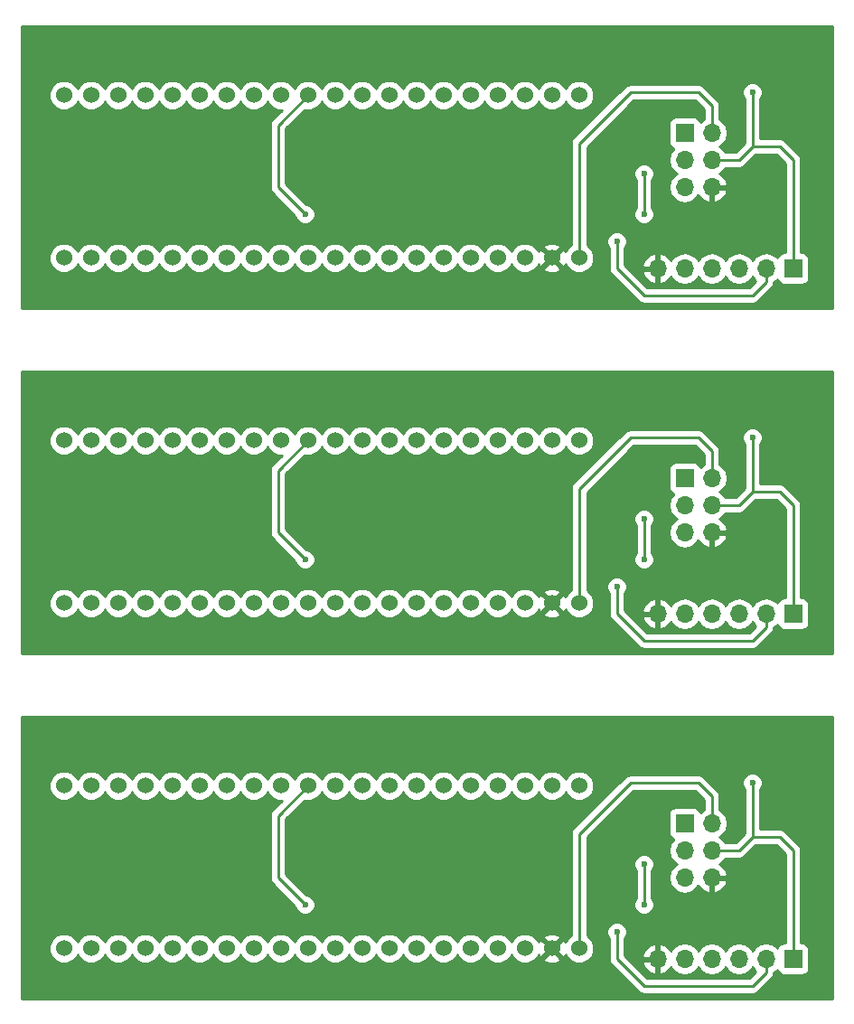
<source format=gtl>
G04 #@! TF.FileFunction,Copper,L1,Top,Signal*
%FSLAX46Y46*%
G04 Gerber Fmt 4.6, Leading zero omitted, Abs format (unit mm)*
G04 Created by KiCad (PCBNEW 4.0.6) date Sun May 21 14:11:35 2017*
%MOMM*%
%LPD*%
G01*
G04 APERTURE LIST*
%ADD10C,0.100000*%
%ADD11R,1.700000X1.700000*%
%ADD12O,1.700000X1.700000*%
%ADD13C,1.524000*%
%ADD14C,0.600000*%
%ADD15C,0.250000*%
%ADD16C,0.254000*%
G04 APERTURE END LIST*
D10*
D11*
X144780000Y-80010000D03*
D12*
X147320000Y-80010000D03*
X144780000Y-82550000D03*
X147320000Y-82550000D03*
X144780000Y-85090000D03*
X147320000Y-85090000D03*
D13*
X86635001Y-91715001D03*
X89175001Y-91715001D03*
X91715001Y-91715001D03*
X94255001Y-91715001D03*
X96795001Y-91715001D03*
X99335001Y-91715001D03*
X101875001Y-91715001D03*
X104415001Y-91715001D03*
X106955001Y-91715001D03*
X109495001Y-91715001D03*
X112035001Y-91715001D03*
X114575001Y-91715001D03*
X117115001Y-91715001D03*
X119655001Y-91715001D03*
X122195001Y-91715001D03*
X124735001Y-91715001D03*
X127275001Y-91715001D03*
X129815001Y-91715001D03*
X132355001Y-91715001D03*
X134895001Y-91715001D03*
X134895001Y-76475001D03*
X132355001Y-76475001D03*
X129815001Y-76475001D03*
X127275001Y-76475001D03*
X124735001Y-76475001D03*
X122195001Y-76475001D03*
X119655001Y-76475001D03*
X117115001Y-76475001D03*
X114575001Y-76475001D03*
X112035001Y-76475001D03*
X109495001Y-76475001D03*
X106955001Y-76475001D03*
X104415001Y-76475001D03*
X101875001Y-76475001D03*
X99335001Y-76475001D03*
X96795001Y-76475001D03*
X94255001Y-76475001D03*
X91715001Y-76475001D03*
X89175001Y-76475001D03*
X86635001Y-76475001D03*
D11*
X154940000Y-92710000D03*
D12*
X152400000Y-92710000D03*
X149860000Y-92710000D03*
X147320000Y-92710000D03*
X144780000Y-92710000D03*
X142240000Y-92710000D03*
D11*
X144780000Y-112350000D03*
D12*
X147320000Y-112350000D03*
X144780000Y-114890000D03*
X147320000Y-114890000D03*
X144780000Y-117430000D03*
X147320000Y-117430000D03*
D13*
X86635001Y-124055001D03*
X89175001Y-124055001D03*
X91715001Y-124055001D03*
X94255001Y-124055001D03*
X96795001Y-124055001D03*
X99335001Y-124055001D03*
X101875001Y-124055001D03*
X104415001Y-124055001D03*
X106955001Y-124055001D03*
X109495001Y-124055001D03*
X112035001Y-124055001D03*
X114575001Y-124055001D03*
X117115001Y-124055001D03*
X119655001Y-124055001D03*
X122195001Y-124055001D03*
X124735001Y-124055001D03*
X127275001Y-124055001D03*
X129815001Y-124055001D03*
X132355001Y-124055001D03*
X134895001Y-124055001D03*
X134895001Y-108815001D03*
X132355001Y-108815001D03*
X129815001Y-108815001D03*
X127275001Y-108815001D03*
X124735001Y-108815001D03*
X122195001Y-108815001D03*
X119655001Y-108815001D03*
X117115001Y-108815001D03*
X114575001Y-108815001D03*
X112035001Y-108815001D03*
X109495001Y-108815001D03*
X106955001Y-108815001D03*
X104415001Y-108815001D03*
X101875001Y-108815001D03*
X99335001Y-108815001D03*
X96795001Y-108815001D03*
X94255001Y-108815001D03*
X91715001Y-108815001D03*
X89175001Y-108815001D03*
X86635001Y-108815001D03*
D11*
X154940000Y-125050000D03*
D12*
X152400000Y-125050000D03*
X149860000Y-125050000D03*
X147320000Y-125050000D03*
X144780000Y-125050000D03*
X142240000Y-125050000D03*
D11*
X144780000Y-47670000D03*
D12*
X147320000Y-47670000D03*
X144780000Y-50210000D03*
X147320000Y-50210000D03*
X144780000Y-52750000D03*
X147320000Y-52750000D03*
D13*
X86635001Y-59375001D03*
X89175001Y-59375001D03*
X91715001Y-59375001D03*
X94255001Y-59375001D03*
X96795001Y-59375001D03*
X99335001Y-59375001D03*
X101875001Y-59375001D03*
X104415001Y-59375001D03*
X106955001Y-59375001D03*
X109495001Y-59375001D03*
X112035001Y-59375001D03*
X114575001Y-59375001D03*
X117115001Y-59375001D03*
X119655001Y-59375001D03*
X122195001Y-59375001D03*
X124735001Y-59375001D03*
X127275001Y-59375001D03*
X129815001Y-59375001D03*
X132355001Y-59375001D03*
X134895001Y-59375001D03*
X134895001Y-44135001D03*
X132355001Y-44135001D03*
X129815001Y-44135001D03*
X127275001Y-44135001D03*
X124735001Y-44135001D03*
X122195001Y-44135001D03*
X119655001Y-44135001D03*
X117115001Y-44135001D03*
X114575001Y-44135001D03*
X112035001Y-44135001D03*
X109495001Y-44135001D03*
X106955001Y-44135001D03*
X104415001Y-44135001D03*
X101875001Y-44135001D03*
X99335001Y-44135001D03*
X96795001Y-44135001D03*
X94255001Y-44135001D03*
X91715001Y-44135001D03*
X89175001Y-44135001D03*
X86635001Y-44135001D03*
D11*
X154940000Y-60370000D03*
D12*
X152400000Y-60370000D03*
X149860000Y-60370000D03*
X147320000Y-60370000D03*
X144780000Y-60370000D03*
X142240000Y-60370000D03*
D14*
X109220000Y-87630000D03*
X138430000Y-90170000D03*
X140970000Y-83820000D03*
X140970000Y-87630000D03*
X151130000Y-76200000D03*
X109220000Y-119970000D03*
X138430000Y-122510000D03*
X140970000Y-116160000D03*
X140970000Y-119970000D03*
X151130000Y-108540000D03*
X109220000Y-55290000D03*
X138430000Y-57830000D03*
X140970000Y-51480000D03*
X140970000Y-55290000D03*
X151130000Y-43860000D03*
D15*
X134895001Y-91715001D02*
X134895001Y-81004999D01*
X147320000Y-77470000D02*
X147320000Y-80010000D01*
X146050000Y-76200000D02*
X147320000Y-77470000D01*
X139700000Y-76200000D02*
X146050000Y-76200000D01*
X134895001Y-81004999D02*
X139700000Y-76200000D01*
X152400000Y-92710000D02*
X152400000Y-93980000D01*
X106680000Y-79290002D02*
X109495001Y-76475001D01*
X106680000Y-85090000D02*
X106680000Y-79290002D01*
X109220000Y-87630000D02*
X106680000Y-85090000D01*
X138430000Y-92710000D02*
X138430000Y-90170000D01*
X140970000Y-95250000D02*
X138430000Y-92710000D01*
X151130000Y-95250000D02*
X140970000Y-95250000D01*
X152400000Y-93980000D02*
X151130000Y-95250000D01*
X140970000Y-87630000D02*
X140970000Y-83820000D01*
X154940000Y-92710000D02*
X154940000Y-82550000D01*
X153670000Y-81280000D02*
X151130000Y-81280000D01*
X154940000Y-82550000D02*
X153670000Y-81280000D01*
X151130000Y-81280000D02*
X149860000Y-82550000D01*
X151130000Y-76200000D02*
X151130000Y-81280000D01*
X149860000Y-82550000D02*
X147320000Y-82550000D01*
X152400000Y-125050000D02*
X152400000Y-126320000D01*
X106680000Y-111630002D02*
X109495001Y-108815001D01*
X106680000Y-117430000D02*
X106680000Y-111630002D01*
X109220000Y-119970000D02*
X106680000Y-117430000D01*
X138430000Y-125050000D02*
X138430000Y-122510000D01*
X140970000Y-127590000D02*
X138430000Y-125050000D01*
X151130000Y-127590000D02*
X140970000Y-127590000D01*
X152400000Y-126320000D02*
X151130000Y-127590000D01*
X134895001Y-124055001D02*
X134895001Y-113344999D01*
X147320000Y-109810000D02*
X147320000Y-112350000D01*
X146050000Y-108540000D02*
X147320000Y-109810000D01*
X139700000Y-108540000D02*
X146050000Y-108540000D01*
X134895001Y-113344999D02*
X139700000Y-108540000D01*
X140970000Y-119970000D02*
X140970000Y-116160000D01*
X154940000Y-125050000D02*
X154940000Y-114890000D01*
X153670000Y-113620000D02*
X151130000Y-113620000D01*
X154940000Y-114890000D02*
X153670000Y-113620000D01*
X151130000Y-113620000D02*
X149860000Y-114890000D01*
X151130000Y-108540000D02*
X151130000Y-113620000D01*
X149860000Y-114890000D02*
X147320000Y-114890000D01*
X152400000Y-60370000D02*
X152400000Y-61640000D01*
X106680000Y-46950002D02*
X109495001Y-44135001D01*
X106680000Y-52750000D02*
X106680000Y-46950002D01*
X109220000Y-55290000D02*
X106680000Y-52750000D01*
X138430000Y-60370000D02*
X138430000Y-57830000D01*
X140970000Y-62910000D02*
X138430000Y-60370000D01*
X151130000Y-62910000D02*
X140970000Y-62910000D01*
X152400000Y-61640000D02*
X151130000Y-62910000D01*
X134895001Y-59375001D02*
X134895001Y-48664999D01*
X147320000Y-45130000D02*
X147320000Y-47670000D01*
X146050000Y-43860000D02*
X147320000Y-45130000D01*
X139700000Y-43860000D02*
X146050000Y-43860000D01*
X134895001Y-48664999D02*
X139700000Y-43860000D01*
X140970000Y-55290000D02*
X140970000Y-51480000D01*
X154940000Y-60370000D02*
X154940000Y-50210000D01*
X153670000Y-48940000D02*
X151130000Y-48940000D01*
X154940000Y-50210000D02*
X153670000Y-48940000D01*
X151130000Y-48940000D02*
X149860000Y-50210000D01*
X151130000Y-43860000D02*
X151130000Y-48940000D01*
X149860000Y-50210000D02*
X147320000Y-50210000D01*
D16*
G36*
X158623000Y-96393000D02*
X82677000Y-96393000D01*
X82677000Y-91991662D01*
X85237759Y-91991662D01*
X85449991Y-92505304D01*
X85842631Y-92898630D01*
X86355901Y-93111758D01*
X86911662Y-93112243D01*
X87425304Y-92900011D01*
X87818630Y-92507371D01*
X87904950Y-92299489D01*
X87989991Y-92505304D01*
X88382631Y-92898630D01*
X88895901Y-93111758D01*
X89451662Y-93112243D01*
X89965304Y-92900011D01*
X90358630Y-92507371D01*
X90444950Y-92299489D01*
X90529991Y-92505304D01*
X90922631Y-92898630D01*
X91435901Y-93111758D01*
X91991662Y-93112243D01*
X92505304Y-92900011D01*
X92898630Y-92507371D01*
X92984950Y-92299489D01*
X93069991Y-92505304D01*
X93462631Y-92898630D01*
X93975901Y-93111758D01*
X94531662Y-93112243D01*
X95045304Y-92900011D01*
X95438630Y-92507371D01*
X95524950Y-92299489D01*
X95609991Y-92505304D01*
X96002631Y-92898630D01*
X96515901Y-93111758D01*
X97071662Y-93112243D01*
X97585304Y-92900011D01*
X97978630Y-92507371D01*
X98064950Y-92299489D01*
X98149991Y-92505304D01*
X98542631Y-92898630D01*
X99055901Y-93111758D01*
X99611662Y-93112243D01*
X100125304Y-92900011D01*
X100518630Y-92507371D01*
X100604950Y-92299489D01*
X100689991Y-92505304D01*
X101082631Y-92898630D01*
X101595901Y-93111758D01*
X102151662Y-93112243D01*
X102665304Y-92900011D01*
X103058630Y-92507371D01*
X103144950Y-92299489D01*
X103229991Y-92505304D01*
X103622631Y-92898630D01*
X104135901Y-93111758D01*
X104691662Y-93112243D01*
X105205304Y-92900011D01*
X105598630Y-92507371D01*
X105684950Y-92299489D01*
X105769991Y-92505304D01*
X106162631Y-92898630D01*
X106675901Y-93111758D01*
X107231662Y-93112243D01*
X107745304Y-92900011D01*
X108138630Y-92507371D01*
X108224950Y-92299489D01*
X108309991Y-92505304D01*
X108702631Y-92898630D01*
X109215901Y-93111758D01*
X109771662Y-93112243D01*
X110285304Y-92900011D01*
X110678630Y-92507371D01*
X110764950Y-92299489D01*
X110849991Y-92505304D01*
X111242631Y-92898630D01*
X111755901Y-93111758D01*
X112311662Y-93112243D01*
X112825304Y-92900011D01*
X113218630Y-92507371D01*
X113304950Y-92299489D01*
X113389991Y-92505304D01*
X113782631Y-92898630D01*
X114295901Y-93111758D01*
X114851662Y-93112243D01*
X115365304Y-92900011D01*
X115758630Y-92507371D01*
X115844950Y-92299489D01*
X115929991Y-92505304D01*
X116322631Y-92898630D01*
X116835901Y-93111758D01*
X117391662Y-93112243D01*
X117905304Y-92900011D01*
X118298630Y-92507371D01*
X118384950Y-92299489D01*
X118469991Y-92505304D01*
X118862631Y-92898630D01*
X119375901Y-93111758D01*
X119931662Y-93112243D01*
X120445304Y-92900011D01*
X120838630Y-92507371D01*
X120924950Y-92299489D01*
X121009991Y-92505304D01*
X121402631Y-92898630D01*
X121915901Y-93111758D01*
X122471662Y-93112243D01*
X122985304Y-92900011D01*
X123378630Y-92507371D01*
X123464950Y-92299489D01*
X123549991Y-92505304D01*
X123942631Y-92898630D01*
X124455901Y-93111758D01*
X125011662Y-93112243D01*
X125525304Y-92900011D01*
X125918630Y-92507371D01*
X126004950Y-92299489D01*
X126089991Y-92505304D01*
X126482631Y-92898630D01*
X126995901Y-93111758D01*
X127551662Y-93112243D01*
X128065304Y-92900011D01*
X128458630Y-92507371D01*
X128544950Y-92299489D01*
X128629991Y-92505304D01*
X129022631Y-92898630D01*
X129535901Y-93111758D01*
X130091662Y-93112243D01*
X130605304Y-92900011D01*
X130810458Y-92695214D01*
X131554393Y-92695214D01*
X131623858Y-92937398D01*
X132147303Y-93124145D01*
X132702369Y-93096363D01*
X133086144Y-92937398D01*
X133155609Y-92695214D01*
X132355001Y-91894606D01*
X131554393Y-92695214D01*
X130810458Y-92695214D01*
X130998630Y-92507371D01*
X131078396Y-92315274D01*
X131132604Y-92446144D01*
X131374788Y-92515609D01*
X132175396Y-91715001D01*
X132534606Y-91715001D01*
X133335214Y-92515609D01*
X133577398Y-92446144D01*
X133627510Y-92305683D01*
X133709991Y-92505304D01*
X134102631Y-92898630D01*
X134615901Y-93111758D01*
X135171662Y-93112243D01*
X135685304Y-92900011D01*
X136078630Y-92507371D01*
X136291758Y-91994101D01*
X136292243Y-91438340D01*
X136080011Y-90924698D01*
X135687371Y-90531372D01*
X135655001Y-90517931D01*
X135655001Y-84005167D01*
X140034838Y-84005167D01*
X140176883Y-84348943D01*
X140210000Y-84382118D01*
X140210000Y-87067537D01*
X140177808Y-87099673D01*
X140035162Y-87443201D01*
X140034838Y-87815167D01*
X140176883Y-88158943D01*
X140439673Y-88422192D01*
X140783201Y-88564838D01*
X141155167Y-88565162D01*
X141498943Y-88423117D01*
X141762192Y-88160327D01*
X141904838Y-87816799D01*
X141905162Y-87444833D01*
X141763117Y-87101057D01*
X141730000Y-87067882D01*
X141730000Y-84382463D01*
X141762192Y-84350327D01*
X141904838Y-84006799D01*
X141905162Y-83634833D01*
X141763117Y-83291057D01*
X141500327Y-83027808D01*
X141156799Y-82885162D01*
X140784833Y-82884838D01*
X140441057Y-83026883D01*
X140177808Y-83289673D01*
X140035162Y-83633201D01*
X140034838Y-84005167D01*
X135655001Y-84005167D01*
X135655001Y-81319801D01*
X140014802Y-76960000D01*
X145735198Y-76960000D01*
X146560000Y-77784802D01*
X146560000Y-78746699D01*
X146240853Y-78959946D01*
X146240029Y-78961179D01*
X146233162Y-78924683D01*
X146094090Y-78708559D01*
X145881890Y-78563569D01*
X145630000Y-78512560D01*
X143930000Y-78512560D01*
X143694683Y-78556838D01*
X143478559Y-78695910D01*
X143333569Y-78908110D01*
X143282560Y-79160000D01*
X143282560Y-80860000D01*
X143326838Y-81095317D01*
X143465910Y-81311441D01*
X143678110Y-81456431D01*
X143745541Y-81470086D01*
X143700853Y-81499946D01*
X143378946Y-81981715D01*
X143265907Y-82550000D01*
X143378946Y-83118285D01*
X143700853Y-83600054D01*
X144030026Y-83820000D01*
X143700853Y-84039946D01*
X143378946Y-84521715D01*
X143265907Y-85090000D01*
X143378946Y-85658285D01*
X143700853Y-86140054D01*
X144182622Y-86461961D01*
X144750907Y-86575000D01*
X144809093Y-86575000D01*
X145377378Y-86461961D01*
X145859147Y-86140054D01*
X146048345Y-85856899D01*
X146048355Y-85856924D01*
X146438642Y-86285183D01*
X146963108Y-86531486D01*
X147193000Y-86410819D01*
X147193000Y-85217000D01*
X147447000Y-85217000D01*
X147447000Y-86410819D01*
X147676892Y-86531486D01*
X148201358Y-86285183D01*
X148591645Y-85856924D01*
X148761476Y-85446890D01*
X148640155Y-85217000D01*
X147447000Y-85217000D01*
X147193000Y-85217000D01*
X147173000Y-85217000D01*
X147173000Y-84963000D01*
X147193000Y-84963000D01*
X147193000Y-84943000D01*
X147447000Y-84943000D01*
X147447000Y-84963000D01*
X148640155Y-84963000D01*
X148761476Y-84733110D01*
X148591645Y-84323076D01*
X148201358Y-83894817D01*
X148058447Y-83827702D01*
X148399147Y-83600054D01*
X148592954Y-83310000D01*
X149860000Y-83310000D01*
X150150839Y-83252148D01*
X150397401Y-83087401D01*
X151444802Y-82040000D01*
X153355198Y-82040000D01*
X154180000Y-82864802D01*
X154180000Y-91212560D01*
X154090000Y-91212560D01*
X153854683Y-91256838D01*
X153638559Y-91395910D01*
X153493569Y-91608110D01*
X153479914Y-91675541D01*
X153450054Y-91630853D01*
X152968285Y-91308946D01*
X152400000Y-91195907D01*
X151831715Y-91308946D01*
X151349946Y-91630853D01*
X151130000Y-91960026D01*
X150910054Y-91630853D01*
X150428285Y-91308946D01*
X149860000Y-91195907D01*
X149291715Y-91308946D01*
X148809946Y-91630853D01*
X148590000Y-91960026D01*
X148370054Y-91630853D01*
X147888285Y-91308946D01*
X147320000Y-91195907D01*
X146751715Y-91308946D01*
X146269946Y-91630853D01*
X146050000Y-91960026D01*
X145830054Y-91630853D01*
X145348285Y-91308946D01*
X144780000Y-91195907D01*
X144211715Y-91308946D01*
X143729946Y-91630853D01*
X143502298Y-91971553D01*
X143435183Y-91828642D01*
X143006924Y-91438355D01*
X142596890Y-91268524D01*
X142367000Y-91389845D01*
X142367000Y-92583000D01*
X142387000Y-92583000D01*
X142387000Y-92837000D01*
X142367000Y-92837000D01*
X142367000Y-94030155D01*
X142596890Y-94151476D01*
X143006924Y-93981645D01*
X143435183Y-93591358D01*
X143502298Y-93448447D01*
X143729946Y-93789147D01*
X144211715Y-94111054D01*
X144780000Y-94224093D01*
X145348285Y-94111054D01*
X145830054Y-93789147D01*
X146050000Y-93459974D01*
X146269946Y-93789147D01*
X146751715Y-94111054D01*
X147320000Y-94224093D01*
X147888285Y-94111054D01*
X148370054Y-93789147D01*
X148590000Y-93459974D01*
X148809946Y-93789147D01*
X149291715Y-94111054D01*
X149860000Y-94224093D01*
X150428285Y-94111054D01*
X150910054Y-93789147D01*
X151130000Y-93459974D01*
X151349946Y-93789147D01*
X151449519Y-93855679D01*
X150815198Y-94490000D01*
X141284802Y-94490000D01*
X139861694Y-93066892D01*
X140798514Y-93066892D01*
X141044817Y-93591358D01*
X141473076Y-93981645D01*
X141883110Y-94151476D01*
X142113000Y-94030155D01*
X142113000Y-92837000D01*
X140919181Y-92837000D01*
X140798514Y-93066892D01*
X139861694Y-93066892D01*
X139190000Y-92395198D01*
X139190000Y-92353108D01*
X140798514Y-92353108D01*
X140919181Y-92583000D01*
X142113000Y-92583000D01*
X142113000Y-91389845D01*
X141883110Y-91268524D01*
X141473076Y-91438355D01*
X141044817Y-91828642D01*
X140798514Y-92353108D01*
X139190000Y-92353108D01*
X139190000Y-90732463D01*
X139222192Y-90700327D01*
X139364838Y-90356799D01*
X139365162Y-89984833D01*
X139223117Y-89641057D01*
X138960327Y-89377808D01*
X138616799Y-89235162D01*
X138244833Y-89234838D01*
X137901057Y-89376883D01*
X137637808Y-89639673D01*
X137495162Y-89983201D01*
X137494838Y-90355167D01*
X137636883Y-90698943D01*
X137670000Y-90732118D01*
X137670000Y-92710000D01*
X137727852Y-93000839D01*
X137892599Y-93247401D01*
X140432599Y-95787401D01*
X140679160Y-95952148D01*
X140727414Y-95961746D01*
X140970000Y-96010000D01*
X151130000Y-96010000D01*
X151420839Y-95952148D01*
X151667401Y-95787401D01*
X152937401Y-94517401D01*
X153102148Y-94270840D01*
X153159322Y-93983407D01*
X153450054Y-93789147D01*
X153477850Y-93747548D01*
X153486838Y-93795317D01*
X153625910Y-94011441D01*
X153838110Y-94156431D01*
X154090000Y-94207440D01*
X155790000Y-94207440D01*
X156025317Y-94163162D01*
X156241441Y-94024090D01*
X156386431Y-93811890D01*
X156437440Y-93560000D01*
X156437440Y-91860000D01*
X156393162Y-91624683D01*
X156254090Y-91408559D01*
X156041890Y-91263569D01*
X155790000Y-91212560D01*
X155700000Y-91212560D01*
X155700000Y-82550000D01*
X155642148Y-82259161D01*
X155642148Y-82259160D01*
X155477401Y-82012599D01*
X154207401Y-80742599D01*
X153960839Y-80577852D01*
X153670000Y-80520000D01*
X151890000Y-80520000D01*
X151890000Y-76762463D01*
X151922192Y-76730327D01*
X152064838Y-76386799D01*
X152065162Y-76014833D01*
X151923117Y-75671057D01*
X151660327Y-75407808D01*
X151316799Y-75265162D01*
X150944833Y-75264838D01*
X150601057Y-75406883D01*
X150337808Y-75669673D01*
X150195162Y-76013201D01*
X150194838Y-76385167D01*
X150336883Y-76728943D01*
X150370000Y-76762118D01*
X150370000Y-80965198D01*
X149545198Y-81790000D01*
X148592954Y-81790000D01*
X148399147Y-81499946D01*
X148069974Y-81280000D01*
X148399147Y-81060054D01*
X148721054Y-80578285D01*
X148834093Y-80010000D01*
X148721054Y-79441715D01*
X148399147Y-78959946D01*
X148080000Y-78746699D01*
X148080000Y-77470000D01*
X148022148Y-77179161D01*
X148022148Y-77179160D01*
X147857401Y-76932599D01*
X146587401Y-75662599D01*
X146340839Y-75497852D01*
X146050000Y-75440000D01*
X139700000Y-75440000D01*
X139409161Y-75497852D01*
X139162599Y-75662599D01*
X134357600Y-80467598D01*
X134192853Y-80714160D01*
X134135001Y-81004999D01*
X134135001Y-90517470D01*
X134104698Y-90529991D01*
X133711372Y-90922631D01*
X133631606Y-91114728D01*
X133577398Y-90983858D01*
X133335214Y-90914393D01*
X132534606Y-91715001D01*
X132175396Y-91715001D01*
X131374788Y-90914393D01*
X131132604Y-90983858D01*
X131082492Y-91124319D01*
X131000011Y-90924698D01*
X130810433Y-90734788D01*
X131554393Y-90734788D01*
X132355001Y-91535396D01*
X133155609Y-90734788D01*
X133086144Y-90492604D01*
X132562699Y-90305857D01*
X132007633Y-90333639D01*
X131623858Y-90492604D01*
X131554393Y-90734788D01*
X130810433Y-90734788D01*
X130607371Y-90531372D01*
X130094101Y-90318244D01*
X129538340Y-90317759D01*
X129024698Y-90529991D01*
X128631372Y-90922631D01*
X128545052Y-91130513D01*
X128460011Y-90924698D01*
X128067371Y-90531372D01*
X127554101Y-90318244D01*
X126998340Y-90317759D01*
X126484698Y-90529991D01*
X126091372Y-90922631D01*
X126005052Y-91130513D01*
X125920011Y-90924698D01*
X125527371Y-90531372D01*
X125014101Y-90318244D01*
X124458340Y-90317759D01*
X123944698Y-90529991D01*
X123551372Y-90922631D01*
X123465052Y-91130513D01*
X123380011Y-90924698D01*
X122987371Y-90531372D01*
X122474101Y-90318244D01*
X121918340Y-90317759D01*
X121404698Y-90529991D01*
X121011372Y-90922631D01*
X120925052Y-91130513D01*
X120840011Y-90924698D01*
X120447371Y-90531372D01*
X119934101Y-90318244D01*
X119378340Y-90317759D01*
X118864698Y-90529991D01*
X118471372Y-90922631D01*
X118385052Y-91130513D01*
X118300011Y-90924698D01*
X117907371Y-90531372D01*
X117394101Y-90318244D01*
X116838340Y-90317759D01*
X116324698Y-90529991D01*
X115931372Y-90922631D01*
X115845052Y-91130513D01*
X115760011Y-90924698D01*
X115367371Y-90531372D01*
X114854101Y-90318244D01*
X114298340Y-90317759D01*
X113784698Y-90529991D01*
X113391372Y-90922631D01*
X113305052Y-91130513D01*
X113220011Y-90924698D01*
X112827371Y-90531372D01*
X112314101Y-90318244D01*
X111758340Y-90317759D01*
X111244698Y-90529991D01*
X110851372Y-90922631D01*
X110765052Y-91130513D01*
X110680011Y-90924698D01*
X110287371Y-90531372D01*
X109774101Y-90318244D01*
X109218340Y-90317759D01*
X108704698Y-90529991D01*
X108311372Y-90922631D01*
X108225052Y-91130513D01*
X108140011Y-90924698D01*
X107747371Y-90531372D01*
X107234101Y-90318244D01*
X106678340Y-90317759D01*
X106164698Y-90529991D01*
X105771372Y-90922631D01*
X105685052Y-91130513D01*
X105600011Y-90924698D01*
X105207371Y-90531372D01*
X104694101Y-90318244D01*
X104138340Y-90317759D01*
X103624698Y-90529991D01*
X103231372Y-90922631D01*
X103145052Y-91130513D01*
X103060011Y-90924698D01*
X102667371Y-90531372D01*
X102154101Y-90318244D01*
X101598340Y-90317759D01*
X101084698Y-90529991D01*
X100691372Y-90922631D01*
X100605052Y-91130513D01*
X100520011Y-90924698D01*
X100127371Y-90531372D01*
X99614101Y-90318244D01*
X99058340Y-90317759D01*
X98544698Y-90529991D01*
X98151372Y-90922631D01*
X98065052Y-91130513D01*
X97980011Y-90924698D01*
X97587371Y-90531372D01*
X97074101Y-90318244D01*
X96518340Y-90317759D01*
X96004698Y-90529991D01*
X95611372Y-90922631D01*
X95525052Y-91130513D01*
X95440011Y-90924698D01*
X95047371Y-90531372D01*
X94534101Y-90318244D01*
X93978340Y-90317759D01*
X93464698Y-90529991D01*
X93071372Y-90922631D01*
X92985052Y-91130513D01*
X92900011Y-90924698D01*
X92507371Y-90531372D01*
X91994101Y-90318244D01*
X91438340Y-90317759D01*
X90924698Y-90529991D01*
X90531372Y-90922631D01*
X90445052Y-91130513D01*
X90360011Y-90924698D01*
X89967371Y-90531372D01*
X89454101Y-90318244D01*
X88898340Y-90317759D01*
X88384698Y-90529991D01*
X87991372Y-90922631D01*
X87905052Y-91130513D01*
X87820011Y-90924698D01*
X87427371Y-90531372D01*
X86914101Y-90318244D01*
X86358340Y-90317759D01*
X85844698Y-90529991D01*
X85451372Y-90922631D01*
X85238244Y-91435901D01*
X85237759Y-91991662D01*
X82677000Y-91991662D01*
X82677000Y-76751662D01*
X85237759Y-76751662D01*
X85449991Y-77265304D01*
X85842631Y-77658630D01*
X86355901Y-77871758D01*
X86911662Y-77872243D01*
X87425304Y-77660011D01*
X87818630Y-77267371D01*
X87904950Y-77059489D01*
X87989991Y-77265304D01*
X88382631Y-77658630D01*
X88895901Y-77871758D01*
X89451662Y-77872243D01*
X89965304Y-77660011D01*
X90358630Y-77267371D01*
X90444950Y-77059489D01*
X90529991Y-77265304D01*
X90922631Y-77658630D01*
X91435901Y-77871758D01*
X91991662Y-77872243D01*
X92505304Y-77660011D01*
X92898630Y-77267371D01*
X92984950Y-77059489D01*
X93069991Y-77265304D01*
X93462631Y-77658630D01*
X93975901Y-77871758D01*
X94531662Y-77872243D01*
X95045304Y-77660011D01*
X95438630Y-77267371D01*
X95524950Y-77059489D01*
X95609991Y-77265304D01*
X96002631Y-77658630D01*
X96515901Y-77871758D01*
X97071662Y-77872243D01*
X97585304Y-77660011D01*
X97978630Y-77267371D01*
X98064950Y-77059489D01*
X98149991Y-77265304D01*
X98542631Y-77658630D01*
X99055901Y-77871758D01*
X99611662Y-77872243D01*
X100125304Y-77660011D01*
X100518630Y-77267371D01*
X100604950Y-77059489D01*
X100689991Y-77265304D01*
X101082631Y-77658630D01*
X101595901Y-77871758D01*
X102151662Y-77872243D01*
X102665304Y-77660011D01*
X103058630Y-77267371D01*
X103144950Y-77059489D01*
X103229991Y-77265304D01*
X103622631Y-77658630D01*
X104135901Y-77871758D01*
X104691662Y-77872243D01*
X105205304Y-77660011D01*
X105598630Y-77267371D01*
X105684950Y-77059489D01*
X105769991Y-77265304D01*
X106162631Y-77658630D01*
X106675901Y-77871758D01*
X107023139Y-77872061D01*
X106142599Y-78752601D01*
X105977852Y-78999163D01*
X105920000Y-79290002D01*
X105920000Y-85090000D01*
X105977852Y-85380839D01*
X106142599Y-85627401D01*
X108284878Y-87769680D01*
X108284838Y-87815167D01*
X108426883Y-88158943D01*
X108689673Y-88422192D01*
X109033201Y-88564838D01*
X109405167Y-88565162D01*
X109748943Y-88423117D01*
X110012192Y-88160327D01*
X110154838Y-87816799D01*
X110155162Y-87444833D01*
X110013117Y-87101057D01*
X109750327Y-86837808D01*
X109406799Y-86695162D01*
X109359923Y-86695121D01*
X107440000Y-84775198D01*
X107440000Y-79604804D01*
X109185620Y-77859184D01*
X109215901Y-77871758D01*
X109771662Y-77872243D01*
X110285304Y-77660011D01*
X110678630Y-77267371D01*
X110764950Y-77059489D01*
X110849991Y-77265304D01*
X111242631Y-77658630D01*
X111755901Y-77871758D01*
X112311662Y-77872243D01*
X112825304Y-77660011D01*
X113218630Y-77267371D01*
X113304950Y-77059489D01*
X113389991Y-77265304D01*
X113782631Y-77658630D01*
X114295901Y-77871758D01*
X114851662Y-77872243D01*
X115365304Y-77660011D01*
X115758630Y-77267371D01*
X115844950Y-77059489D01*
X115929991Y-77265304D01*
X116322631Y-77658630D01*
X116835901Y-77871758D01*
X117391662Y-77872243D01*
X117905304Y-77660011D01*
X118298630Y-77267371D01*
X118384950Y-77059489D01*
X118469991Y-77265304D01*
X118862631Y-77658630D01*
X119375901Y-77871758D01*
X119931662Y-77872243D01*
X120445304Y-77660011D01*
X120838630Y-77267371D01*
X120924950Y-77059489D01*
X121009991Y-77265304D01*
X121402631Y-77658630D01*
X121915901Y-77871758D01*
X122471662Y-77872243D01*
X122985304Y-77660011D01*
X123378630Y-77267371D01*
X123464950Y-77059489D01*
X123549991Y-77265304D01*
X123942631Y-77658630D01*
X124455901Y-77871758D01*
X125011662Y-77872243D01*
X125525304Y-77660011D01*
X125918630Y-77267371D01*
X126004950Y-77059489D01*
X126089991Y-77265304D01*
X126482631Y-77658630D01*
X126995901Y-77871758D01*
X127551662Y-77872243D01*
X128065304Y-77660011D01*
X128458630Y-77267371D01*
X128544950Y-77059489D01*
X128629991Y-77265304D01*
X129022631Y-77658630D01*
X129535901Y-77871758D01*
X130091662Y-77872243D01*
X130605304Y-77660011D01*
X130998630Y-77267371D01*
X131084950Y-77059489D01*
X131169991Y-77265304D01*
X131562631Y-77658630D01*
X132075901Y-77871758D01*
X132631662Y-77872243D01*
X133145304Y-77660011D01*
X133538630Y-77267371D01*
X133624950Y-77059489D01*
X133709991Y-77265304D01*
X134102631Y-77658630D01*
X134615901Y-77871758D01*
X135171662Y-77872243D01*
X135685304Y-77660011D01*
X136078630Y-77267371D01*
X136291758Y-76754101D01*
X136292243Y-76198340D01*
X136080011Y-75684698D01*
X135687371Y-75291372D01*
X135174101Y-75078244D01*
X134618340Y-75077759D01*
X134104698Y-75289991D01*
X133711372Y-75682631D01*
X133625052Y-75890513D01*
X133540011Y-75684698D01*
X133147371Y-75291372D01*
X132634101Y-75078244D01*
X132078340Y-75077759D01*
X131564698Y-75289991D01*
X131171372Y-75682631D01*
X131085052Y-75890513D01*
X131000011Y-75684698D01*
X130607371Y-75291372D01*
X130094101Y-75078244D01*
X129538340Y-75077759D01*
X129024698Y-75289991D01*
X128631372Y-75682631D01*
X128545052Y-75890513D01*
X128460011Y-75684698D01*
X128067371Y-75291372D01*
X127554101Y-75078244D01*
X126998340Y-75077759D01*
X126484698Y-75289991D01*
X126091372Y-75682631D01*
X126005052Y-75890513D01*
X125920011Y-75684698D01*
X125527371Y-75291372D01*
X125014101Y-75078244D01*
X124458340Y-75077759D01*
X123944698Y-75289991D01*
X123551372Y-75682631D01*
X123465052Y-75890513D01*
X123380011Y-75684698D01*
X122987371Y-75291372D01*
X122474101Y-75078244D01*
X121918340Y-75077759D01*
X121404698Y-75289991D01*
X121011372Y-75682631D01*
X120925052Y-75890513D01*
X120840011Y-75684698D01*
X120447371Y-75291372D01*
X119934101Y-75078244D01*
X119378340Y-75077759D01*
X118864698Y-75289991D01*
X118471372Y-75682631D01*
X118385052Y-75890513D01*
X118300011Y-75684698D01*
X117907371Y-75291372D01*
X117394101Y-75078244D01*
X116838340Y-75077759D01*
X116324698Y-75289991D01*
X115931372Y-75682631D01*
X115845052Y-75890513D01*
X115760011Y-75684698D01*
X115367371Y-75291372D01*
X114854101Y-75078244D01*
X114298340Y-75077759D01*
X113784698Y-75289991D01*
X113391372Y-75682631D01*
X113305052Y-75890513D01*
X113220011Y-75684698D01*
X112827371Y-75291372D01*
X112314101Y-75078244D01*
X111758340Y-75077759D01*
X111244698Y-75289991D01*
X110851372Y-75682631D01*
X110765052Y-75890513D01*
X110680011Y-75684698D01*
X110287371Y-75291372D01*
X109774101Y-75078244D01*
X109218340Y-75077759D01*
X108704698Y-75289991D01*
X108311372Y-75682631D01*
X108225052Y-75890513D01*
X108140011Y-75684698D01*
X107747371Y-75291372D01*
X107234101Y-75078244D01*
X106678340Y-75077759D01*
X106164698Y-75289991D01*
X105771372Y-75682631D01*
X105685052Y-75890513D01*
X105600011Y-75684698D01*
X105207371Y-75291372D01*
X104694101Y-75078244D01*
X104138340Y-75077759D01*
X103624698Y-75289991D01*
X103231372Y-75682631D01*
X103145052Y-75890513D01*
X103060011Y-75684698D01*
X102667371Y-75291372D01*
X102154101Y-75078244D01*
X101598340Y-75077759D01*
X101084698Y-75289991D01*
X100691372Y-75682631D01*
X100605052Y-75890513D01*
X100520011Y-75684698D01*
X100127371Y-75291372D01*
X99614101Y-75078244D01*
X99058340Y-75077759D01*
X98544698Y-75289991D01*
X98151372Y-75682631D01*
X98065052Y-75890513D01*
X97980011Y-75684698D01*
X97587371Y-75291372D01*
X97074101Y-75078244D01*
X96518340Y-75077759D01*
X96004698Y-75289991D01*
X95611372Y-75682631D01*
X95525052Y-75890513D01*
X95440011Y-75684698D01*
X95047371Y-75291372D01*
X94534101Y-75078244D01*
X93978340Y-75077759D01*
X93464698Y-75289991D01*
X93071372Y-75682631D01*
X92985052Y-75890513D01*
X92900011Y-75684698D01*
X92507371Y-75291372D01*
X91994101Y-75078244D01*
X91438340Y-75077759D01*
X90924698Y-75289991D01*
X90531372Y-75682631D01*
X90445052Y-75890513D01*
X90360011Y-75684698D01*
X89967371Y-75291372D01*
X89454101Y-75078244D01*
X88898340Y-75077759D01*
X88384698Y-75289991D01*
X87991372Y-75682631D01*
X87905052Y-75890513D01*
X87820011Y-75684698D01*
X87427371Y-75291372D01*
X86914101Y-75078244D01*
X86358340Y-75077759D01*
X85844698Y-75289991D01*
X85451372Y-75682631D01*
X85238244Y-76195901D01*
X85237759Y-76751662D01*
X82677000Y-76751662D01*
X82677000Y-69977000D01*
X158623000Y-69977000D01*
X158623000Y-96393000D01*
X158623000Y-96393000D01*
G37*
X158623000Y-96393000D02*
X82677000Y-96393000D01*
X82677000Y-91991662D01*
X85237759Y-91991662D01*
X85449991Y-92505304D01*
X85842631Y-92898630D01*
X86355901Y-93111758D01*
X86911662Y-93112243D01*
X87425304Y-92900011D01*
X87818630Y-92507371D01*
X87904950Y-92299489D01*
X87989991Y-92505304D01*
X88382631Y-92898630D01*
X88895901Y-93111758D01*
X89451662Y-93112243D01*
X89965304Y-92900011D01*
X90358630Y-92507371D01*
X90444950Y-92299489D01*
X90529991Y-92505304D01*
X90922631Y-92898630D01*
X91435901Y-93111758D01*
X91991662Y-93112243D01*
X92505304Y-92900011D01*
X92898630Y-92507371D01*
X92984950Y-92299489D01*
X93069991Y-92505304D01*
X93462631Y-92898630D01*
X93975901Y-93111758D01*
X94531662Y-93112243D01*
X95045304Y-92900011D01*
X95438630Y-92507371D01*
X95524950Y-92299489D01*
X95609991Y-92505304D01*
X96002631Y-92898630D01*
X96515901Y-93111758D01*
X97071662Y-93112243D01*
X97585304Y-92900011D01*
X97978630Y-92507371D01*
X98064950Y-92299489D01*
X98149991Y-92505304D01*
X98542631Y-92898630D01*
X99055901Y-93111758D01*
X99611662Y-93112243D01*
X100125304Y-92900011D01*
X100518630Y-92507371D01*
X100604950Y-92299489D01*
X100689991Y-92505304D01*
X101082631Y-92898630D01*
X101595901Y-93111758D01*
X102151662Y-93112243D01*
X102665304Y-92900011D01*
X103058630Y-92507371D01*
X103144950Y-92299489D01*
X103229991Y-92505304D01*
X103622631Y-92898630D01*
X104135901Y-93111758D01*
X104691662Y-93112243D01*
X105205304Y-92900011D01*
X105598630Y-92507371D01*
X105684950Y-92299489D01*
X105769991Y-92505304D01*
X106162631Y-92898630D01*
X106675901Y-93111758D01*
X107231662Y-93112243D01*
X107745304Y-92900011D01*
X108138630Y-92507371D01*
X108224950Y-92299489D01*
X108309991Y-92505304D01*
X108702631Y-92898630D01*
X109215901Y-93111758D01*
X109771662Y-93112243D01*
X110285304Y-92900011D01*
X110678630Y-92507371D01*
X110764950Y-92299489D01*
X110849991Y-92505304D01*
X111242631Y-92898630D01*
X111755901Y-93111758D01*
X112311662Y-93112243D01*
X112825304Y-92900011D01*
X113218630Y-92507371D01*
X113304950Y-92299489D01*
X113389991Y-92505304D01*
X113782631Y-92898630D01*
X114295901Y-93111758D01*
X114851662Y-93112243D01*
X115365304Y-92900011D01*
X115758630Y-92507371D01*
X115844950Y-92299489D01*
X115929991Y-92505304D01*
X116322631Y-92898630D01*
X116835901Y-93111758D01*
X117391662Y-93112243D01*
X117905304Y-92900011D01*
X118298630Y-92507371D01*
X118384950Y-92299489D01*
X118469991Y-92505304D01*
X118862631Y-92898630D01*
X119375901Y-93111758D01*
X119931662Y-93112243D01*
X120445304Y-92900011D01*
X120838630Y-92507371D01*
X120924950Y-92299489D01*
X121009991Y-92505304D01*
X121402631Y-92898630D01*
X121915901Y-93111758D01*
X122471662Y-93112243D01*
X122985304Y-92900011D01*
X123378630Y-92507371D01*
X123464950Y-92299489D01*
X123549991Y-92505304D01*
X123942631Y-92898630D01*
X124455901Y-93111758D01*
X125011662Y-93112243D01*
X125525304Y-92900011D01*
X125918630Y-92507371D01*
X126004950Y-92299489D01*
X126089991Y-92505304D01*
X126482631Y-92898630D01*
X126995901Y-93111758D01*
X127551662Y-93112243D01*
X128065304Y-92900011D01*
X128458630Y-92507371D01*
X128544950Y-92299489D01*
X128629991Y-92505304D01*
X129022631Y-92898630D01*
X129535901Y-93111758D01*
X130091662Y-93112243D01*
X130605304Y-92900011D01*
X130810458Y-92695214D01*
X131554393Y-92695214D01*
X131623858Y-92937398D01*
X132147303Y-93124145D01*
X132702369Y-93096363D01*
X133086144Y-92937398D01*
X133155609Y-92695214D01*
X132355001Y-91894606D01*
X131554393Y-92695214D01*
X130810458Y-92695214D01*
X130998630Y-92507371D01*
X131078396Y-92315274D01*
X131132604Y-92446144D01*
X131374788Y-92515609D01*
X132175396Y-91715001D01*
X132534606Y-91715001D01*
X133335214Y-92515609D01*
X133577398Y-92446144D01*
X133627510Y-92305683D01*
X133709991Y-92505304D01*
X134102631Y-92898630D01*
X134615901Y-93111758D01*
X135171662Y-93112243D01*
X135685304Y-92900011D01*
X136078630Y-92507371D01*
X136291758Y-91994101D01*
X136292243Y-91438340D01*
X136080011Y-90924698D01*
X135687371Y-90531372D01*
X135655001Y-90517931D01*
X135655001Y-84005167D01*
X140034838Y-84005167D01*
X140176883Y-84348943D01*
X140210000Y-84382118D01*
X140210000Y-87067537D01*
X140177808Y-87099673D01*
X140035162Y-87443201D01*
X140034838Y-87815167D01*
X140176883Y-88158943D01*
X140439673Y-88422192D01*
X140783201Y-88564838D01*
X141155167Y-88565162D01*
X141498943Y-88423117D01*
X141762192Y-88160327D01*
X141904838Y-87816799D01*
X141905162Y-87444833D01*
X141763117Y-87101057D01*
X141730000Y-87067882D01*
X141730000Y-84382463D01*
X141762192Y-84350327D01*
X141904838Y-84006799D01*
X141905162Y-83634833D01*
X141763117Y-83291057D01*
X141500327Y-83027808D01*
X141156799Y-82885162D01*
X140784833Y-82884838D01*
X140441057Y-83026883D01*
X140177808Y-83289673D01*
X140035162Y-83633201D01*
X140034838Y-84005167D01*
X135655001Y-84005167D01*
X135655001Y-81319801D01*
X140014802Y-76960000D01*
X145735198Y-76960000D01*
X146560000Y-77784802D01*
X146560000Y-78746699D01*
X146240853Y-78959946D01*
X146240029Y-78961179D01*
X146233162Y-78924683D01*
X146094090Y-78708559D01*
X145881890Y-78563569D01*
X145630000Y-78512560D01*
X143930000Y-78512560D01*
X143694683Y-78556838D01*
X143478559Y-78695910D01*
X143333569Y-78908110D01*
X143282560Y-79160000D01*
X143282560Y-80860000D01*
X143326838Y-81095317D01*
X143465910Y-81311441D01*
X143678110Y-81456431D01*
X143745541Y-81470086D01*
X143700853Y-81499946D01*
X143378946Y-81981715D01*
X143265907Y-82550000D01*
X143378946Y-83118285D01*
X143700853Y-83600054D01*
X144030026Y-83820000D01*
X143700853Y-84039946D01*
X143378946Y-84521715D01*
X143265907Y-85090000D01*
X143378946Y-85658285D01*
X143700853Y-86140054D01*
X144182622Y-86461961D01*
X144750907Y-86575000D01*
X144809093Y-86575000D01*
X145377378Y-86461961D01*
X145859147Y-86140054D01*
X146048345Y-85856899D01*
X146048355Y-85856924D01*
X146438642Y-86285183D01*
X146963108Y-86531486D01*
X147193000Y-86410819D01*
X147193000Y-85217000D01*
X147447000Y-85217000D01*
X147447000Y-86410819D01*
X147676892Y-86531486D01*
X148201358Y-86285183D01*
X148591645Y-85856924D01*
X148761476Y-85446890D01*
X148640155Y-85217000D01*
X147447000Y-85217000D01*
X147193000Y-85217000D01*
X147173000Y-85217000D01*
X147173000Y-84963000D01*
X147193000Y-84963000D01*
X147193000Y-84943000D01*
X147447000Y-84943000D01*
X147447000Y-84963000D01*
X148640155Y-84963000D01*
X148761476Y-84733110D01*
X148591645Y-84323076D01*
X148201358Y-83894817D01*
X148058447Y-83827702D01*
X148399147Y-83600054D01*
X148592954Y-83310000D01*
X149860000Y-83310000D01*
X150150839Y-83252148D01*
X150397401Y-83087401D01*
X151444802Y-82040000D01*
X153355198Y-82040000D01*
X154180000Y-82864802D01*
X154180000Y-91212560D01*
X154090000Y-91212560D01*
X153854683Y-91256838D01*
X153638559Y-91395910D01*
X153493569Y-91608110D01*
X153479914Y-91675541D01*
X153450054Y-91630853D01*
X152968285Y-91308946D01*
X152400000Y-91195907D01*
X151831715Y-91308946D01*
X151349946Y-91630853D01*
X151130000Y-91960026D01*
X150910054Y-91630853D01*
X150428285Y-91308946D01*
X149860000Y-91195907D01*
X149291715Y-91308946D01*
X148809946Y-91630853D01*
X148590000Y-91960026D01*
X148370054Y-91630853D01*
X147888285Y-91308946D01*
X147320000Y-91195907D01*
X146751715Y-91308946D01*
X146269946Y-91630853D01*
X146050000Y-91960026D01*
X145830054Y-91630853D01*
X145348285Y-91308946D01*
X144780000Y-91195907D01*
X144211715Y-91308946D01*
X143729946Y-91630853D01*
X143502298Y-91971553D01*
X143435183Y-91828642D01*
X143006924Y-91438355D01*
X142596890Y-91268524D01*
X142367000Y-91389845D01*
X142367000Y-92583000D01*
X142387000Y-92583000D01*
X142387000Y-92837000D01*
X142367000Y-92837000D01*
X142367000Y-94030155D01*
X142596890Y-94151476D01*
X143006924Y-93981645D01*
X143435183Y-93591358D01*
X143502298Y-93448447D01*
X143729946Y-93789147D01*
X144211715Y-94111054D01*
X144780000Y-94224093D01*
X145348285Y-94111054D01*
X145830054Y-93789147D01*
X146050000Y-93459974D01*
X146269946Y-93789147D01*
X146751715Y-94111054D01*
X147320000Y-94224093D01*
X147888285Y-94111054D01*
X148370054Y-93789147D01*
X148590000Y-93459974D01*
X148809946Y-93789147D01*
X149291715Y-94111054D01*
X149860000Y-94224093D01*
X150428285Y-94111054D01*
X150910054Y-93789147D01*
X151130000Y-93459974D01*
X151349946Y-93789147D01*
X151449519Y-93855679D01*
X150815198Y-94490000D01*
X141284802Y-94490000D01*
X139861694Y-93066892D01*
X140798514Y-93066892D01*
X141044817Y-93591358D01*
X141473076Y-93981645D01*
X141883110Y-94151476D01*
X142113000Y-94030155D01*
X142113000Y-92837000D01*
X140919181Y-92837000D01*
X140798514Y-93066892D01*
X139861694Y-93066892D01*
X139190000Y-92395198D01*
X139190000Y-92353108D01*
X140798514Y-92353108D01*
X140919181Y-92583000D01*
X142113000Y-92583000D01*
X142113000Y-91389845D01*
X141883110Y-91268524D01*
X141473076Y-91438355D01*
X141044817Y-91828642D01*
X140798514Y-92353108D01*
X139190000Y-92353108D01*
X139190000Y-90732463D01*
X139222192Y-90700327D01*
X139364838Y-90356799D01*
X139365162Y-89984833D01*
X139223117Y-89641057D01*
X138960327Y-89377808D01*
X138616799Y-89235162D01*
X138244833Y-89234838D01*
X137901057Y-89376883D01*
X137637808Y-89639673D01*
X137495162Y-89983201D01*
X137494838Y-90355167D01*
X137636883Y-90698943D01*
X137670000Y-90732118D01*
X137670000Y-92710000D01*
X137727852Y-93000839D01*
X137892599Y-93247401D01*
X140432599Y-95787401D01*
X140679160Y-95952148D01*
X140727414Y-95961746D01*
X140970000Y-96010000D01*
X151130000Y-96010000D01*
X151420839Y-95952148D01*
X151667401Y-95787401D01*
X152937401Y-94517401D01*
X153102148Y-94270840D01*
X153159322Y-93983407D01*
X153450054Y-93789147D01*
X153477850Y-93747548D01*
X153486838Y-93795317D01*
X153625910Y-94011441D01*
X153838110Y-94156431D01*
X154090000Y-94207440D01*
X155790000Y-94207440D01*
X156025317Y-94163162D01*
X156241441Y-94024090D01*
X156386431Y-93811890D01*
X156437440Y-93560000D01*
X156437440Y-91860000D01*
X156393162Y-91624683D01*
X156254090Y-91408559D01*
X156041890Y-91263569D01*
X155790000Y-91212560D01*
X155700000Y-91212560D01*
X155700000Y-82550000D01*
X155642148Y-82259161D01*
X155642148Y-82259160D01*
X155477401Y-82012599D01*
X154207401Y-80742599D01*
X153960839Y-80577852D01*
X153670000Y-80520000D01*
X151890000Y-80520000D01*
X151890000Y-76762463D01*
X151922192Y-76730327D01*
X152064838Y-76386799D01*
X152065162Y-76014833D01*
X151923117Y-75671057D01*
X151660327Y-75407808D01*
X151316799Y-75265162D01*
X150944833Y-75264838D01*
X150601057Y-75406883D01*
X150337808Y-75669673D01*
X150195162Y-76013201D01*
X150194838Y-76385167D01*
X150336883Y-76728943D01*
X150370000Y-76762118D01*
X150370000Y-80965198D01*
X149545198Y-81790000D01*
X148592954Y-81790000D01*
X148399147Y-81499946D01*
X148069974Y-81280000D01*
X148399147Y-81060054D01*
X148721054Y-80578285D01*
X148834093Y-80010000D01*
X148721054Y-79441715D01*
X148399147Y-78959946D01*
X148080000Y-78746699D01*
X148080000Y-77470000D01*
X148022148Y-77179161D01*
X148022148Y-77179160D01*
X147857401Y-76932599D01*
X146587401Y-75662599D01*
X146340839Y-75497852D01*
X146050000Y-75440000D01*
X139700000Y-75440000D01*
X139409161Y-75497852D01*
X139162599Y-75662599D01*
X134357600Y-80467598D01*
X134192853Y-80714160D01*
X134135001Y-81004999D01*
X134135001Y-90517470D01*
X134104698Y-90529991D01*
X133711372Y-90922631D01*
X133631606Y-91114728D01*
X133577398Y-90983858D01*
X133335214Y-90914393D01*
X132534606Y-91715001D01*
X132175396Y-91715001D01*
X131374788Y-90914393D01*
X131132604Y-90983858D01*
X131082492Y-91124319D01*
X131000011Y-90924698D01*
X130810433Y-90734788D01*
X131554393Y-90734788D01*
X132355001Y-91535396D01*
X133155609Y-90734788D01*
X133086144Y-90492604D01*
X132562699Y-90305857D01*
X132007633Y-90333639D01*
X131623858Y-90492604D01*
X131554393Y-90734788D01*
X130810433Y-90734788D01*
X130607371Y-90531372D01*
X130094101Y-90318244D01*
X129538340Y-90317759D01*
X129024698Y-90529991D01*
X128631372Y-90922631D01*
X128545052Y-91130513D01*
X128460011Y-90924698D01*
X128067371Y-90531372D01*
X127554101Y-90318244D01*
X126998340Y-90317759D01*
X126484698Y-90529991D01*
X126091372Y-90922631D01*
X126005052Y-91130513D01*
X125920011Y-90924698D01*
X125527371Y-90531372D01*
X125014101Y-90318244D01*
X124458340Y-90317759D01*
X123944698Y-90529991D01*
X123551372Y-90922631D01*
X123465052Y-91130513D01*
X123380011Y-90924698D01*
X122987371Y-90531372D01*
X122474101Y-90318244D01*
X121918340Y-90317759D01*
X121404698Y-90529991D01*
X121011372Y-90922631D01*
X120925052Y-91130513D01*
X120840011Y-90924698D01*
X120447371Y-90531372D01*
X119934101Y-90318244D01*
X119378340Y-90317759D01*
X118864698Y-90529991D01*
X118471372Y-90922631D01*
X118385052Y-91130513D01*
X118300011Y-90924698D01*
X117907371Y-90531372D01*
X117394101Y-90318244D01*
X116838340Y-90317759D01*
X116324698Y-90529991D01*
X115931372Y-90922631D01*
X115845052Y-91130513D01*
X115760011Y-90924698D01*
X115367371Y-90531372D01*
X114854101Y-90318244D01*
X114298340Y-90317759D01*
X113784698Y-90529991D01*
X113391372Y-90922631D01*
X113305052Y-91130513D01*
X113220011Y-90924698D01*
X112827371Y-90531372D01*
X112314101Y-90318244D01*
X111758340Y-90317759D01*
X111244698Y-90529991D01*
X110851372Y-90922631D01*
X110765052Y-91130513D01*
X110680011Y-90924698D01*
X110287371Y-90531372D01*
X109774101Y-90318244D01*
X109218340Y-90317759D01*
X108704698Y-90529991D01*
X108311372Y-90922631D01*
X108225052Y-91130513D01*
X108140011Y-90924698D01*
X107747371Y-90531372D01*
X107234101Y-90318244D01*
X106678340Y-90317759D01*
X106164698Y-90529991D01*
X105771372Y-90922631D01*
X105685052Y-91130513D01*
X105600011Y-90924698D01*
X105207371Y-90531372D01*
X104694101Y-90318244D01*
X104138340Y-90317759D01*
X103624698Y-90529991D01*
X103231372Y-90922631D01*
X103145052Y-91130513D01*
X103060011Y-90924698D01*
X102667371Y-90531372D01*
X102154101Y-90318244D01*
X101598340Y-90317759D01*
X101084698Y-90529991D01*
X100691372Y-90922631D01*
X100605052Y-91130513D01*
X100520011Y-90924698D01*
X100127371Y-90531372D01*
X99614101Y-90318244D01*
X99058340Y-90317759D01*
X98544698Y-90529991D01*
X98151372Y-90922631D01*
X98065052Y-91130513D01*
X97980011Y-90924698D01*
X97587371Y-90531372D01*
X97074101Y-90318244D01*
X96518340Y-90317759D01*
X96004698Y-90529991D01*
X95611372Y-90922631D01*
X95525052Y-91130513D01*
X95440011Y-90924698D01*
X95047371Y-90531372D01*
X94534101Y-90318244D01*
X93978340Y-90317759D01*
X93464698Y-90529991D01*
X93071372Y-90922631D01*
X92985052Y-91130513D01*
X92900011Y-90924698D01*
X92507371Y-90531372D01*
X91994101Y-90318244D01*
X91438340Y-90317759D01*
X90924698Y-90529991D01*
X90531372Y-90922631D01*
X90445052Y-91130513D01*
X90360011Y-90924698D01*
X89967371Y-90531372D01*
X89454101Y-90318244D01*
X88898340Y-90317759D01*
X88384698Y-90529991D01*
X87991372Y-90922631D01*
X87905052Y-91130513D01*
X87820011Y-90924698D01*
X87427371Y-90531372D01*
X86914101Y-90318244D01*
X86358340Y-90317759D01*
X85844698Y-90529991D01*
X85451372Y-90922631D01*
X85238244Y-91435901D01*
X85237759Y-91991662D01*
X82677000Y-91991662D01*
X82677000Y-76751662D01*
X85237759Y-76751662D01*
X85449991Y-77265304D01*
X85842631Y-77658630D01*
X86355901Y-77871758D01*
X86911662Y-77872243D01*
X87425304Y-77660011D01*
X87818630Y-77267371D01*
X87904950Y-77059489D01*
X87989991Y-77265304D01*
X88382631Y-77658630D01*
X88895901Y-77871758D01*
X89451662Y-77872243D01*
X89965304Y-77660011D01*
X90358630Y-77267371D01*
X90444950Y-77059489D01*
X90529991Y-77265304D01*
X90922631Y-77658630D01*
X91435901Y-77871758D01*
X91991662Y-77872243D01*
X92505304Y-77660011D01*
X92898630Y-77267371D01*
X92984950Y-77059489D01*
X93069991Y-77265304D01*
X93462631Y-77658630D01*
X93975901Y-77871758D01*
X94531662Y-77872243D01*
X95045304Y-77660011D01*
X95438630Y-77267371D01*
X95524950Y-77059489D01*
X95609991Y-77265304D01*
X96002631Y-77658630D01*
X96515901Y-77871758D01*
X97071662Y-77872243D01*
X97585304Y-77660011D01*
X97978630Y-77267371D01*
X98064950Y-77059489D01*
X98149991Y-77265304D01*
X98542631Y-77658630D01*
X99055901Y-77871758D01*
X99611662Y-77872243D01*
X100125304Y-77660011D01*
X100518630Y-77267371D01*
X100604950Y-77059489D01*
X100689991Y-77265304D01*
X101082631Y-77658630D01*
X101595901Y-77871758D01*
X102151662Y-77872243D01*
X102665304Y-77660011D01*
X103058630Y-77267371D01*
X103144950Y-77059489D01*
X103229991Y-77265304D01*
X103622631Y-77658630D01*
X104135901Y-77871758D01*
X104691662Y-77872243D01*
X105205304Y-77660011D01*
X105598630Y-77267371D01*
X105684950Y-77059489D01*
X105769991Y-77265304D01*
X106162631Y-77658630D01*
X106675901Y-77871758D01*
X107023139Y-77872061D01*
X106142599Y-78752601D01*
X105977852Y-78999163D01*
X105920000Y-79290002D01*
X105920000Y-85090000D01*
X105977852Y-85380839D01*
X106142599Y-85627401D01*
X108284878Y-87769680D01*
X108284838Y-87815167D01*
X108426883Y-88158943D01*
X108689673Y-88422192D01*
X109033201Y-88564838D01*
X109405167Y-88565162D01*
X109748943Y-88423117D01*
X110012192Y-88160327D01*
X110154838Y-87816799D01*
X110155162Y-87444833D01*
X110013117Y-87101057D01*
X109750327Y-86837808D01*
X109406799Y-86695162D01*
X109359923Y-86695121D01*
X107440000Y-84775198D01*
X107440000Y-79604804D01*
X109185620Y-77859184D01*
X109215901Y-77871758D01*
X109771662Y-77872243D01*
X110285304Y-77660011D01*
X110678630Y-77267371D01*
X110764950Y-77059489D01*
X110849991Y-77265304D01*
X111242631Y-77658630D01*
X111755901Y-77871758D01*
X112311662Y-77872243D01*
X112825304Y-77660011D01*
X113218630Y-77267371D01*
X113304950Y-77059489D01*
X113389991Y-77265304D01*
X113782631Y-77658630D01*
X114295901Y-77871758D01*
X114851662Y-77872243D01*
X115365304Y-77660011D01*
X115758630Y-77267371D01*
X115844950Y-77059489D01*
X115929991Y-77265304D01*
X116322631Y-77658630D01*
X116835901Y-77871758D01*
X117391662Y-77872243D01*
X117905304Y-77660011D01*
X118298630Y-77267371D01*
X118384950Y-77059489D01*
X118469991Y-77265304D01*
X118862631Y-77658630D01*
X119375901Y-77871758D01*
X119931662Y-77872243D01*
X120445304Y-77660011D01*
X120838630Y-77267371D01*
X120924950Y-77059489D01*
X121009991Y-77265304D01*
X121402631Y-77658630D01*
X121915901Y-77871758D01*
X122471662Y-77872243D01*
X122985304Y-77660011D01*
X123378630Y-77267371D01*
X123464950Y-77059489D01*
X123549991Y-77265304D01*
X123942631Y-77658630D01*
X124455901Y-77871758D01*
X125011662Y-77872243D01*
X125525304Y-77660011D01*
X125918630Y-77267371D01*
X126004950Y-77059489D01*
X126089991Y-77265304D01*
X126482631Y-77658630D01*
X126995901Y-77871758D01*
X127551662Y-77872243D01*
X128065304Y-77660011D01*
X128458630Y-77267371D01*
X128544950Y-77059489D01*
X128629991Y-77265304D01*
X129022631Y-77658630D01*
X129535901Y-77871758D01*
X130091662Y-77872243D01*
X130605304Y-77660011D01*
X130998630Y-77267371D01*
X131084950Y-77059489D01*
X131169991Y-77265304D01*
X131562631Y-77658630D01*
X132075901Y-77871758D01*
X132631662Y-77872243D01*
X133145304Y-77660011D01*
X133538630Y-77267371D01*
X133624950Y-77059489D01*
X133709991Y-77265304D01*
X134102631Y-77658630D01*
X134615901Y-77871758D01*
X135171662Y-77872243D01*
X135685304Y-77660011D01*
X136078630Y-77267371D01*
X136291758Y-76754101D01*
X136292243Y-76198340D01*
X136080011Y-75684698D01*
X135687371Y-75291372D01*
X135174101Y-75078244D01*
X134618340Y-75077759D01*
X134104698Y-75289991D01*
X133711372Y-75682631D01*
X133625052Y-75890513D01*
X133540011Y-75684698D01*
X133147371Y-75291372D01*
X132634101Y-75078244D01*
X132078340Y-75077759D01*
X131564698Y-75289991D01*
X131171372Y-75682631D01*
X131085052Y-75890513D01*
X131000011Y-75684698D01*
X130607371Y-75291372D01*
X130094101Y-75078244D01*
X129538340Y-75077759D01*
X129024698Y-75289991D01*
X128631372Y-75682631D01*
X128545052Y-75890513D01*
X128460011Y-75684698D01*
X128067371Y-75291372D01*
X127554101Y-75078244D01*
X126998340Y-75077759D01*
X126484698Y-75289991D01*
X126091372Y-75682631D01*
X126005052Y-75890513D01*
X125920011Y-75684698D01*
X125527371Y-75291372D01*
X125014101Y-75078244D01*
X124458340Y-75077759D01*
X123944698Y-75289991D01*
X123551372Y-75682631D01*
X123465052Y-75890513D01*
X123380011Y-75684698D01*
X122987371Y-75291372D01*
X122474101Y-75078244D01*
X121918340Y-75077759D01*
X121404698Y-75289991D01*
X121011372Y-75682631D01*
X120925052Y-75890513D01*
X120840011Y-75684698D01*
X120447371Y-75291372D01*
X119934101Y-75078244D01*
X119378340Y-75077759D01*
X118864698Y-75289991D01*
X118471372Y-75682631D01*
X118385052Y-75890513D01*
X118300011Y-75684698D01*
X117907371Y-75291372D01*
X117394101Y-75078244D01*
X116838340Y-75077759D01*
X116324698Y-75289991D01*
X115931372Y-75682631D01*
X115845052Y-75890513D01*
X115760011Y-75684698D01*
X115367371Y-75291372D01*
X114854101Y-75078244D01*
X114298340Y-75077759D01*
X113784698Y-75289991D01*
X113391372Y-75682631D01*
X113305052Y-75890513D01*
X113220011Y-75684698D01*
X112827371Y-75291372D01*
X112314101Y-75078244D01*
X111758340Y-75077759D01*
X111244698Y-75289991D01*
X110851372Y-75682631D01*
X110765052Y-75890513D01*
X110680011Y-75684698D01*
X110287371Y-75291372D01*
X109774101Y-75078244D01*
X109218340Y-75077759D01*
X108704698Y-75289991D01*
X108311372Y-75682631D01*
X108225052Y-75890513D01*
X108140011Y-75684698D01*
X107747371Y-75291372D01*
X107234101Y-75078244D01*
X106678340Y-75077759D01*
X106164698Y-75289991D01*
X105771372Y-75682631D01*
X105685052Y-75890513D01*
X105600011Y-75684698D01*
X105207371Y-75291372D01*
X104694101Y-75078244D01*
X104138340Y-75077759D01*
X103624698Y-75289991D01*
X103231372Y-75682631D01*
X103145052Y-75890513D01*
X103060011Y-75684698D01*
X102667371Y-75291372D01*
X102154101Y-75078244D01*
X101598340Y-75077759D01*
X101084698Y-75289991D01*
X100691372Y-75682631D01*
X100605052Y-75890513D01*
X100520011Y-75684698D01*
X100127371Y-75291372D01*
X99614101Y-75078244D01*
X99058340Y-75077759D01*
X98544698Y-75289991D01*
X98151372Y-75682631D01*
X98065052Y-75890513D01*
X97980011Y-75684698D01*
X97587371Y-75291372D01*
X97074101Y-75078244D01*
X96518340Y-75077759D01*
X96004698Y-75289991D01*
X95611372Y-75682631D01*
X95525052Y-75890513D01*
X95440011Y-75684698D01*
X95047371Y-75291372D01*
X94534101Y-75078244D01*
X93978340Y-75077759D01*
X93464698Y-75289991D01*
X93071372Y-75682631D01*
X92985052Y-75890513D01*
X92900011Y-75684698D01*
X92507371Y-75291372D01*
X91994101Y-75078244D01*
X91438340Y-75077759D01*
X90924698Y-75289991D01*
X90531372Y-75682631D01*
X90445052Y-75890513D01*
X90360011Y-75684698D01*
X89967371Y-75291372D01*
X89454101Y-75078244D01*
X88898340Y-75077759D01*
X88384698Y-75289991D01*
X87991372Y-75682631D01*
X87905052Y-75890513D01*
X87820011Y-75684698D01*
X87427371Y-75291372D01*
X86914101Y-75078244D01*
X86358340Y-75077759D01*
X85844698Y-75289991D01*
X85451372Y-75682631D01*
X85238244Y-76195901D01*
X85237759Y-76751662D01*
X82677000Y-76751662D01*
X82677000Y-69977000D01*
X158623000Y-69977000D01*
X158623000Y-96393000D01*
G36*
X158623000Y-128733000D02*
X82677000Y-128733000D01*
X82677000Y-124331662D01*
X85237759Y-124331662D01*
X85449991Y-124845304D01*
X85842631Y-125238630D01*
X86355901Y-125451758D01*
X86911662Y-125452243D01*
X87425304Y-125240011D01*
X87818630Y-124847371D01*
X87904950Y-124639489D01*
X87989991Y-124845304D01*
X88382631Y-125238630D01*
X88895901Y-125451758D01*
X89451662Y-125452243D01*
X89965304Y-125240011D01*
X90358630Y-124847371D01*
X90444950Y-124639489D01*
X90529991Y-124845304D01*
X90922631Y-125238630D01*
X91435901Y-125451758D01*
X91991662Y-125452243D01*
X92505304Y-125240011D01*
X92898630Y-124847371D01*
X92984950Y-124639489D01*
X93069991Y-124845304D01*
X93462631Y-125238630D01*
X93975901Y-125451758D01*
X94531662Y-125452243D01*
X95045304Y-125240011D01*
X95438630Y-124847371D01*
X95524950Y-124639489D01*
X95609991Y-124845304D01*
X96002631Y-125238630D01*
X96515901Y-125451758D01*
X97071662Y-125452243D01*
X97585304Y-125240011D01*
X97978630Y-124847371D01*
X98064950Y-124639489D01*
X98149991Y-124845304D01*
X98542631Y-125238630D01*
X99055901Y-125451758D01*
X99611662Y-125452243D01*
X100125304Y-125240011D01*
X100518630Y-124847371D01*
X100604950Y-124639489D01*
X100689991Y-124845304D01*
X101082631Y-125238630D01*
X101595901Y-125451758D01*
X102151662Y-125452243D01*
X102665304Y-125240011D01*
X103058630Y-124847371D01*
X103144950Y-124639489D01*
X103229991Y-124845304D01*
X103622631Y-125238630D01*
X104135901Y-125451758D01*
X104691662Y-125452243D01*
X105205304Y-125240011D01*
X105598630Y-124847371D01*
X105684950Y-124639489D01*
X105769991Y-124845304D01*
X106162631Y-125238630D01*
X106675901Y-125451758D01*
X107231662Y-125452243D01*
X107745304Y-125240011D01*
X108138630Y-124847371D01*
X108224950Y-124639489D01*
X108309991Y-124845304D01*
X108702631Y-125238630D01*
X109215901Y-125451758D01*
X109771662Y-125452243D01*
X110285304Y-125240011D01*
X110678630Y-124847371D01*
X110764950Y-124639489D01*
X110849991Y-124845304D01*
X111242631Y-125238630D01*
X111755901Y-125451758D01*
X112311662Y-125452243D01*
X112825304Y-125240011D01*
X113218630Y-124847371D01*
X113304950Y-124639489D01*
X113389991Y-124845304D01*
X113782631Y-125238630D01*
X114295901Y-125451758D01*
X114851662Y-125452243D01*
X115365304Y-125240011D01*
X115758630Y-124847371D01*
X115844950Y-124639489D01*
X115929991Y-124845304D01*
X116322631Y-125238630D01*
X116835901Y-125451758D01*
X117391662Y-125452243D01*
X117905304Y-125240011D01*
X118298630Y-124847371D01*
X118384950Y-124639489D01*
X118469991Y-124845304D01*
X118862631Y-125238630D01*
X119375901Y-125451758D01*
X119931662Y-125452243D01*
X120445304Y-125240011D01*
X120838630Y-124847371D01*
X120924950Y-124639489D01*
X121009991Y-124845304D01*
X121402631Y-125238630D01*
X121915901Y-125451758D01*
X122471662Y-125452243D01*
X122985304Y-125240011D01*
X123378630Y-124847371D01*
X123464950Y-124639489D01*
X123549991Y-124845304D01*
X123942631Y-125238630D01*
X124455901Y-125451758D01*
X125011662Y-125452243D01*
X125525304Y-125240011D01*
X125918630Y-124847371D01*
X126004950Y-124639489D01*
X126089991Y-124845304D01*
X126482631Y-125238630D01*
X126995901Y-125451758D01*
X127551662Y-125452243D01*
X128065304Y-125240011D01*
X128458630Y-124847371D01*
X128544950Y-124639489D01*
X128629991Y-124845304D01*
X129022631Y-125238630D01*
X129535901Y-125451758D01*
X130091662Y-125452243D01*
X130605304Y-125240011D01*
X130810458Y-125035214D01*
X131554393Y-125035214D01*
X131623858Y-125277398D01*
X132147303Y-125464145D01*
X132702369Y-125436363D01*
X133086144Y-125277398D01*
X133155609Y-125035214D01*
X132355001Y-124234606D01*
X131554393Y-125035214D01*
X130810458Y-125035214D01*
X130998630Y-124847371D01*
X131078396Y-124655274D01*
X131132604Y-124786144D01*
X131374788Y-124855609D01*
X132175396Y-124055001D01*
X132534606Y-124055001D01*
X133335214Y-124855609D01*
X133577398Y-124786144D01*
X133627510Y-124645683D01*
X133709991Y-124845304D01*
X134102631Y-125238630D01*
X134615901Y-125451758D01*
X135171662Y-125452243D01*
X135685304Y-125240011D01*
X136078630Y-124847371D01*
X136291758Y-124334101D01*
X136292243Y-123778340D01*
X136080011Y-123264698D01*
X135687371Y-122871372D01*
X135655001Y-122857931D01*
X135655001Y-116345167D01*
X140034838Y-116345167D01*
X140176883Y-116688943D01*
X140210000Y-116722118D01*
X140210000Y-119407537D01*
X140177808Y-119439673D01*
X140035162Y-119783201D01*
X140034838Y-120155167D01*
X140176883Y-120498943D01*
X140439673Y-120762192D01*
X140783201Y-120904838D01*
X141155167Y-120905162D01*
X141498943Y-120763117D01*
X141762192Y-120500327D01*
X141904838Y-120156799D01*
X141905162Y-119784833D01*
X141763117Y-119441057D01*
X141730000Y-119407882D01*
X141730000Y-116722463D01*
X141762192Y-116690327D01*
X141904838Y-116346799D01*
X141905162Y-115974833D01*
X141763117Y-115631057D01*
X141500327Y-115367808D01*
X141156799Y-115225162D01*
X140784833Y-115224838D01*
X140441057Y-115366883D01*
X140177808Y-115629673D01*
X140035162Y-115973201D01*
X140034838Y-116345167D01*
X135655001Y-116345167D01*
X135655001Y-113659801D01*
X140014802Y-109300000D01*
X145735198Y-109300000D01*
X146560000Y-110124802D01*
X146560000Y-111086699D01*
X146240853Y-111299946D01*
X146240029Y-111301179D01*
X146233162Y-111264683D01*
X146094090Y-111048559D01*
X145881890Y-110903569D01*
X145630000Y-110852560D01*
X143930000Y-110852560D01*
X143694683Y-110896838D01*
X143478559Y-111035910D01*
X143333569Y-111248110D01*
X143282560Y-111500000D01*
X143282560Y-113200000D01*
X143326838Y-113435317D01*
X143465910Y-113651441D01*
X143678110Y-113796431D01*
X143745541Y-113810086D01*
X143700853Y-113839946D01*
X143378946Y-114321715D01*
X143265907Y-114890000D01*
X143378946Y-115458285D01*
X143700853Y-115940054D01*
X144030026Y-116160000D01*
X143700853Y-116379946D01*
X143378946Y-116861715D01*
X143265907Y-117430000D01*
X143378946Y-117998285D01*
X143700853Y-118480054D01*
X144182622Y-118801961D01*
X144750907Y-118915000D01*
X144809093Y-118915000D01*
X145377378Y-118801961D01*
X145859147Y-118480054D01*
X146048345Y-118196899D01*
X146048355Y-118196924D01*
X146438642Y-118625183D01*
X146963108Y-118871486D01*
X147193000Y-118750819D01*
X147193000Y-117557000D01*
X147447000Y-117557000D01*
X147447000Y-118750819D01*
X147676892Y-118871486D01*
X148201358Y-118625183D01*
X148591645Y-118196924D01*
X148761476Y-117786890D01*
X148640155Y-117557000D01*
X147447000Y-117557000D01*
X147193000Y-117557000D01*
X147173000Y-117557000D01*
X147173000Y-117303000D01*
X147193000Y-117303000D01*
X147193000Y-117283000D01*
X147447000Y-117283000D01*
X147447000Y-117303000D01*
X148640155Y-117303000D01*
X148761476Y-117073110D01*
X148591645Y-116663076D01*
X148201358Y-116234817D01*
X148058447Y-116167702D01*
X148399147Y-115940054D01*
X148592954Y-115650000D01*
X149860000Y-115650000D01*
X150150839Y-115592148D01*
X150397401Y-115427401D01*
X151444802Y-114380000D01*
X153355198Y-114380000D01*
X154180000Y-115204802D01*
X154180000Y-123552560D01*
X154090000Y-123552560D01*
X153854683Y-123596838D01*
X153638559Y-123735910D01*
X153493569Y-123948110D01*
X153479914Y-124015541D01*
X153450054Y-123970853D01*
X152968285Y-123648946D01*
X152400000Y-123535907D01*
X151831715Y-123648946D01*
X151349946Y-123970853D01*
X151130000Y-124300026D01*
X150910054Y-123970853D01*
X150428285Y-123648946D01*
X149860000Y-123535907D01*
X149291715Y-123648946D01*
X148809946Y-123970853D01*
X148590000Y-124300026D01*
X148370054Y-123970853D01*
X147888285Y-123648946D01*
X147320000Y-123535907D01*
X146751715Y-123648946D01*
X146269946Y-123970853D01*
X146050000Y-124300026D01*
X145830054Y-123970853D01*
X145348285Y-123648946D01*
X144780000Y-123535907D01*
X144211715Y-123648946D01*
X143729946Y-123970853D01*
X143502298Y-124311553D01*
X143435183Y-124168642D01*
X143006924Y-123778355D01*
X142596890Y-123608524D01*
X142367000Y-123729845D01*
X142367000Y-124923000D01*
X142387000Y-124923000D01*
X142387000Y-125177000D01*
X142367000Y-125177000D01*
X142367000Y-126370155D01*
X142596890Y-126491476D01*
X143006924Y-126321645D01*
X143435183Y-125931358D01*
X143502298Y-125788447D01*
X143729946Y-126129147D01*
X144211715Y-126451054D01*
X144780000Y-126564093D01*
X145348285Y-126451054D01*
X145830054Y-126129147D01*
X146050000Y-125799974D01*
X146269946Y-126129147D01*
X146751715Y-126451054D01*
X147320000Y-126564093D01*
X147888285Y-126451054D01*
X148370054Y-126129147D01*
X148590000Y-125799974D01*
X148809946Y-126129147D01*
X149291715Y-126451054D01*
X149860000Y-126564093D01*
X150428285Y-126451054D01*
X150910054Y-126129147D01*
X151130000Y-125799974D01*
X151349946Y-126129147D01*
X151449519Y-126195679D01*
X150815198Y-126830000D01*
X141284802Y-126830000D01*
X139861694Y-125406892D01*
X140798514Y-125406892D01*
X141044817Y-125931358D01*
X141473076Y-126321645D01*
X141883110Y-126491476D01*
X142113000Y-126370155D01*
X142113000Y-125177000D01*
X140919181Y-125177000D01*
X140798514Y-125406892D01*
X139861694Y-125406892D01*
X139190000Y-124735198D01*
X139190000Y-124693108D01*
X140798514Y-124693108D01*
X140919181Y-124923000D01*
X142113000Y-124923000D01*
X142113000Y-123729845D01*
X141883110Y-123608524D01*
X141473076Y-123778355D01*
X141044817Y-124168642D01*
X140798514Y-124693108D01*
X139190000Y-124693108D01*
X139190000Y-123072463D01*
X139222192Y-123040327D01*
X139364838Y-122696799D01*
X139365162Y-122324833D01*
X139223117Y-121981057D01*
X138960327Y-121717808D01*
X138616799Y-121575162D01*
X138244833Y-121574838D01*
X137901057Y-121716883D01*
X137637808Y-121979673D01*
X137495162Y-122323201D01*
X137494838Y-122695167D01*
X137636883Y-123038943D01*
X137670000Y-123072118D01*
X137670000Y-125050000D01*
X137727852Y-125340839D01*
X137892599Y-125587401D01*
X140432599Y-128127401D01*
X140679160Y-128292148D01*
X140727414Y-128301746D01*
X140970000Y-128350000D01*
X151130000Y-128350000D01*
X151420839Y-128292148D01*
X151667401Y-128127401D01*
X152937401Y-126857401D01*
X153102148Y-126610840D01*
X153159322Y-126323407D01*
X153450054Y-126129147D01*
X153477850Y-126087548D01*
X153486838Y-126135317D01*
X153625910Y-126351441D01*
X153838110Y-126496431D01*
X154090000Y-126547440D01*
X155790000Y-126547440D01*
X156025317Y-126503162D01*
X156241441Y-126364090D01*
X156386431Y-126151890D01*
X156437440Y-125900000D01*
X156437440Y-124200000D01*
X156393162Y-123964683D01*
X156254090Y-123748559D01*
X156041890Y-123603569D01*
X155790000Y-123552560D01*
X155700000Y-123552560D01*
X155700000Y-114890000D01*
X155642148Y-114599161D01*
X155642148Y-114599160D01*
X155477401Y-114352599D01*
X154207401Y-113082599D01*
X153960839Y-112917852D01*
X153670000Y-112860000D01*
X151890000Y-112860000D01*
X151890000Y-109102463D01*
X151922192Y-109070327D01*
X152064838Y-108726799D01*
X152065162Y-108354833D01*
X151923117Y-108011057D01*
X151660327Y-107747808D01*
X151316799Y-107605162D01*
X150944833Y-107604838D01*
X150601057Y-107746883D01*
X150337808Y-108009673D01*
X150195162Y-108353201D01*
X150194838Y-108725167D01*
X150336883Y-109068943D01*
X150370000Y-109102118D01*
X150370000Y-113305198D01*
X149545198Y-114130000D01*
X148592954Y-114130000D01*
X148399147Y-113839946D01*
X148069974Y-113620000D01*
X148399147Y-113400054D01*
X148721054Y-112918285D01*
X148834093Y-112350000D01*
X148721054Y-111781715D01*
X148399147Y-111299946D01*
X148080000Y-111086699D01*
X148080000Y-109810000D01*
X148022148Y-109519161D01*
X148022148Y-109519160D01*
X147857401Y-109272599D01*
X146587401Y-108002599D01*
X146340839Y-107837852D01*
X146050000Y-107780000D01*
X139700000Y-107780000D01*
X139409161Y-107837852D01*
X139162599Y-108002599D01*
X134357600Y-112807598D01*
X134192853Y-113054160D01*
X134135001Y-113344999D01*
X134135001Y-122857470D01*
X134104698Y-122869991D01*
X133711372Y-123262631D01*
X133631606Y-123454728D01*
X133577398Y-123323858D01*
X133335214Y-123254393D01*
X132534606Y-124055001D01*
X132175396Y-124055001D01*
X131374788Y-123254393D01*
X131132604Y-123323858D01*
X131082492Y-123464319D01*
X131000011Y-123264698D01*
X130810433Y-123074788D01*
X131554393Y-123074788D01*
X132355001Y-123875396D01*
X133155609Y-123074788D01*
X133086144Y-122832604D01*
X132562699Y-122645857D01*
X132007633Y-122673639D01*
X131623858Y-122832604D01*
X131554393Y-123074788D01*
X130810433Y-123074788D01*
X130607371Y-122871372D01*
X130094101Y-122658244D01*
X129538340Y-122657759D01*
X129024698Y-122869991D01*
X128631372Y-123262631D01*
X128545052Y-123470513D01*
X128460011Y-123264698D01*
X128067371Y-122871372D01*
X127554101Y-122658244D01*
X126998340Y-122657759D01*
X126484698Y-122869991D01*
X126091372Y-123262631D01*
X126005052Y-123470513D01*
X125920011Y-123264698D01*
X125527371Y-122871372D01*
X125014101Y-122658244D01*
X124458340Y-122657759D01*
X123944698Y-122869991D01*
X123551372Y-123262631D01*
X123465052Y-123470513D01*
X123380011Y-123264698D01*
X122987371Y-122871372D01*
X122474101Y-122658244D01*
X121918340Y-122657759D01*
X121404698Y-122869991D01*
X121011372Y-123262631D01*
X120925052Y-123470513D01*
X120840011Y-123264698D01*
X120447371Y-122871372D01*
X119934101Y-122658244D01*
X119378340Y-122657759D01*
X118864698Y-122869991D01*
X118471372Y-123262631D01*
X118385052Y-123470513D01*
X118300011Y-123264698D01*
X117907371Y-122871372D01*
X117394101Y-122658244D01*
X116838340Y-122657759D01*
X116324698Y-122869991D01*
X115931372Y-123262631D01*
X115845052Y-123470513D01*
X115760011Y-123264698D01*
X115367371Y-122871372D01*
X114854101Y-122658244D01*
X114298340Y-122657759D01*
X113784698Y-122869991D01*
X113391372Y-123262631D01*
X113305052Y-123470513D01*
X113220011Y-123264698D01*
X112827371Y-122871372D01*
X112314101Y-122658244D01*
X111758340Y-122657759D01*
X111244698Y-122869991D01*
X110851372Y-123262631D01*
X110765052Y-123470513D01*
X110680011Y-123264698D01*
X110287371Y-122871372D01*
X109774101Y-122658244D01*
X109218340Y-122657759D01*
X108704698Y-122869991D01*
X108311372Y-123262631D01*
X108225052Y-123470513D01*
X108140011Y-123264698D01*
X107747371Y-122871372D01*
X107234101Y-122658244D01*
X106678340Y-122657759D01*
X106164698Y-122869991D01*
X105771372Y-123262631D01*
X105685052Y-123470513D01*
X105600011Y-123264698D01*
X105207371Y-122871372D01*
X104694101Y-122658244D01*
X104138340Y-122657759D01*
X103624698Y-122869991D01*
X103231372Y-123262631D01*
X103145052Y-123470513D01*
X103060011Y-123264698D01*
X102667371Y-122871372D01*
X102154101Y-122658244D01*
X101598340Y-122657759D01*
X101084698Y-122869991D01*
X100691372Y-123262631D01*
X100605052Y-123470513D01*
X100520011Y-123264698D01*
X100127371Y-122871372D01*
X99614101Y-122658244D01*
X99058340Y-122657759D01*
X98544698Y-122869991D01*
X98151372Y-123262631D01*
X98065052Y-123470513D01*
X97980011Y-123264698D01*
X97587371Y-122871372D01*
X97074101Y-122658244D01*
X96518340Y-122657759D01*
X96004698Y-122869991D01*
X95611372Y-123262631D01*
X95525052Y-123470513D01*
X95440011Y-123264698D01*
X95047371Y-122871372D01*
X94534101Y-122658244D01*
X93978340Y-122657759D01*
X93464698Y-122869991D01*
X93071372Y-123262631D01*
X92985052Y-123470513D01*
X92900011Y-123264698D01*
X92507371Y-122871372D01*
X91994101Y-122658244D01*
X91438340Y-122657759D01*
X90924698Y-122869991D01*
X90531372Y-123262631D01*
X90445052Y-123470513D01*
X90360011Y-123264698D01*
X89967371Y-122871372D01*
X89454101Y-122658244D01*
X88898340Y-122657759D01*
X88384698Y-122869991D01*
X87991372Y-123262631D01*
X87905052Y-123470513D01*
X87820011Y-123264698D01*
X87427371Y-122871372D01*
X86914101Y-122658244D01*
X86358340Y-122657759D01*
X85844698Y-122869991D01*
X85451372Y-123262631D01*
X85238244Y-123775901D01*
X85237759Y-124331662D01*
X82677000Y-124331662D01*
X82677000Y-109091662D01*
X85237759Y-109091662D01*
X85449991Y-109605304D01*
X85842631Y-109998630D01*
X86355901Y-110211758D01*
X86911662Y-110212243D01*
X87425304Y-110000011D01*
X87818630Y-109607371D01*
X87904950Y-109399489D01*
X87989991Y-109605304D01*
X88382631Y-109998630D01*
X88895901Y-110211758D01*
X89451662Y-110212243D01*
X89965304Y-110000011D01*
X90358630Y-109607371D01*
X90444950Y-109399489D01*
X90529991Y-109605304D01*
X90922631Y-109998630D01*
X91435901Y-110211758D01*
X91991662Y-110212243D01*
X92505304Y-110000011D01*
X92898630Y-109607371D01*
X92984950Y-109399489D01*
X93069991Y-109605304D01*
X93462631Y-109998630D01*
X93975901Y-110211758D01*
X94531662Y-110212243D01*
X95045304Y-110000011D01*
X95438630Y-109607371D01*
X95524950Y-109399489D01*
X95609991Y-109605304D01*
X96002631Y-109998630D01*
X96515901Y-110211758D01*
X97071662Y-110212243D01*
X97585304Y-110000011D01*
X97978630Y-109607371D01*
X98064950Y-109399489D01*
X98149991Y-109605304D01*
X98542631Y-109998630D01*
X99055901Y-110211758D01*
X99611662Y-110212243D01*
X100125304Y-110000011D01*
X100518630Y-109607371D01*
X100604950Y-109399489D01*
X100689991Y-109605304D01*
X101082631Y-109998630D01*
X101595901Y-110211758D01*
X102151662Y-110212243D01*
X102665304Y-110000011D01*
X103058630Y-109607371D01*
X103144950Y-109399489D01*
X103229991Y-109605304D01*
X103622631Y-109998630D01*
X104135901Y-110211758D01*
X104691662Y-110212243D01*
X105205304Y-110000011D01*
X105598630Y-109607371D01*
X105684950Y-109399489D01*
X105769991Y-109605304D01*
X106162631Y-109998630D01*
X106675901Y-110211758D01*
X107023139Y-110212061D01*
X106142599Y-111092601D01*
X105977852Y-111339163D01*
X105920000Y-111630002D01*
X105920000Y-117430000D01*
X105977852Y-117720839D01*
X106142599Y-117967401D01*
X108284878Y-120109680D01*
X108284838Y-120155167D01*
X108426883Y-120498943D01*
X108689673Y-120762192D01*
X109033201Y-120904838D01*
X109405167Y-120905162D01*
X109748943Y-120763117D01*
X110012192Y-120500327D01*
X110154838Y-120156799D01*
X110155162Y-119784833D01*
X110013117Y-119441057D01*
X109750327Y-119177808D01*
X109406799Y-119035162D01*
X109359923Y-119035121D01*
X107440000Y-117115198D01*
X107440000Y-111944804D01*
X109185620Y-110199184D01*
X109215901Y-110211758D01*
X109771662Y-110212243D01*
X110285304Y-110000011D01*
X110678630Y-109607371D01*
X110764950Y-109399489D01*
X110849991Y-109605304D01*
X111242631Y-109998630D01*
X111755901Y-110211758D01*
X112311662Y-110212243D01*
X112825304Y-110000011D01*
X113218630Y-109607371D01*
X113304950Y-109399489D01*
X113389991Y-109605304D01*
X113782631Y-109998630D01*
X114295901Y-110211758D01*
X114851662Y-110212243D01*
X115365304Y-110000011D01*
X115758630Y-109607371D01*
X115844950Y-109399489D01*
X115929991Y-109605304D01*
X116322631Y-109998630D01*
X116835901Y-110211758D01*
X117391662Y-110212243D01*
X117905304Y-110000011D01*
X118298630Y-109607371D01*
X118384950Y-109399489D01*
X118469991Y-109605304D01*
X118862631Y-109998630D01*
X119375901Y-110211758D01*
X119931662Y-110212243D01*
X120445304Y-110000011D01*
X120838630Y-109607371D01*
X120924950Y-109399489D01*
X121009991Y-109605304D01*
X121402631Y-109998630D01*
X121915901Y-110211758D01*
X122471662Y-110212243D01*
X122985304Y-110000011D01*
X123378630Y-109607371D01*
X123464950Y-109399489D01*
X123549991Y-109605304D01*
X123942631Y-109998630D01*
X124455901Y-110211758D01*
X125011662Y-110212243D01*
X125525304Y-110000011D01*
X125918630Y-109607371D01*
X126004950Y-109399489D01*
X126089991Y-109605304D01*
X126482631Y-109998630D01*
X126995901Y-110211758D01*
X127551662Y-110212243D01*
X128065304Y-110000011D01*
X128458630Y-109607371D01*
X128544950Y-109399489D01*
X128629991Y-109605304D01*
X129022631Y-109998630D01*
X129535901Y-110211758D01*
X130091662Y-110212243D01*
X130605304Y-110000011D01*
X130998630Y-109607371D01*
X131084950Y-109399489D01*
X131169991Y-109605304D01*
X131562631Y-109998630D01*
X132075901Y-110211758D01*
X132631662Y-110212243D01*
X133145304Y-110000011D01*
X133538630Y-109607371D01*
X133624950Y-109399489D01*
X133709991Y-109605304D01*
X134102631Y-109998630D01*
X134615901Y-110211758D01*
X135171662Y-110212243D01*
X135685304Y-110000011D01*
X136078630Y-109607371D01*
X136291758Y-109094101D01*
X136292243Y-108538340D01*
X136080011Y-108024698D01*
X135687371Y-107631372D01*
X135174101Y-107418244D01*
X134618340Y-107417759D01*
X134104698Y-107629991D01*
X133711372Y-108022631D01*
X133625052Y-108230513D01*
X133540011Y-108024698D01*
X133147371Y-107631372D01*
X132634101Y-107418244D01*
X132078340Y-107417759D01*
X131564698Y-107629991D01*
X131171372Y-108022631D01*
X131085052Y-108230513D01*
X131000011Y-108024698D01*
X130607371Y-107631372D01*
X130094101Y-107418244D01*
X129538340Y-107417759D01*
X129024698Y-107629991D01*
X128631372Y-108022631D01*
X128545052Y-108230513D01*
X128460011Y-108024698D01*
X128067371Y-107631372D01*
X127554101Y-107418244D01*
X126998340Y-107417759D01*
X126484698Y-107629991D01*
X126091372Y-108022631D01*
X126005052Y-108230513D01*
X125920011Y-108024698D01*
X125527371Y-107631372D01*
X125014101Y-107418244D01*
X124458340Y-107417759D01*
X123944698Y-107629991D01*
X123551372Y-108022631D01*
X123465052Y-108230513D01*
X123380011Y-108024698D01*
X122987371Y-107631372D01*
X122474101Y-107418244D01*
X121918340Y-107417759D01*
X121404698Y-107629991D01*
X121011372Y-108022631D01*
X120925052Y-108230513D01*
X120840011Y-108024698D01*
X120447371Y-107631372D01*
X119934101Y-107418244D01*
X119378340Y-107417759D01*
X118864698Y-107629991D01*
X118471372Y-108022631D01*
X118385052Y-108230513D01*
X118300011Y-108024698D01*
X117907371Y-107631372D01*
X117394101Y-107418244D01*
X116838340Y-107417759D01*
X116324698Y-107629991D01*
X115931372Y-108022631D01*
X115845052Y-108230513D01*
X115760011Y-108024698D01*
X115367371Y-107631372D01*
X114854101Y-107418244D01*
X114298340Y-107417759D01*
X113784698Y-107629991D01*
X113391372Y-108022631D01*
X113305052Y-108230513D01*
X113220011Y-108024698D01*
X112827371Y-107631372D01*
X112314101Y-107418244D01*
X111758340Y-107417759D01*
X111244698Y-107629991D01*
X110851372Y-108022631D01*
X110765052Y-108230513D01*
X110680011Y-108024698D01*
X110287371Y-107631372D01*
X109774101Y-107418244D01*
X109218340Y-107417759D01*
X108704698Y-107629991D01*
X108311372Y-108022631D01*
X108225052Y-108230513D01*
X108140011Y-108024698D01*
X107747371Y-107631372D01*
X107234101Y-107418244D01*
X106678340Y-107417759D01*
X106164698Y-107629991D01*
X105771372Y-108022631D01*
X105685052Y-108230513D01*
X105600011Y-108024698D01*
X105207371Y-107631372D01*
X104694101Y-107418244D01*
X104138340Y-107417759D01*
X103624698Y-107629991D01*
X103231372Y-108022631D01*
X103145052Y-108230513D01*
X103060011Y-108024698D01*
X102667371Y-107631372D01*
X102154101Y-107418244D01*
X101598340Y-107417759D01*
X101084698Y-107629991D01*
X100691372Y-108022631D01*
X100605052Y-108230513D01*
X100520011Y-108024698D01*
X100127371Y-107631372D01*
X99614101Y-107418244D01*
X99058340Y-107417759D01*
X98544698Y-107629991D01*
X98151372Y-108022631D01*
X98065052Y-108230513D01*
X97980011Y-108024698D01*
X97587371Y-107631372D01*
X97074101Y-107418244D01*
X96518340Y-107417759D01*
X96004698Y-107629991D01*
X95611372Y-108022631D01*
X95525052Y-108230513D01*
X95440011Y-108024698D01*
X95047371Y-107631372D01*
X94534101Y-107418244D01*
X93978340Y-107417759D01*
X93464698Y-107629991D01*
X93071372Y-108022631D01*
X92985052Y-108230513D01*
X92900011Y-108024698D01*
X92507371Y-107631372D01*
X91994101Y-107418244D01*
X91438340Y-107417759D01*
X90924698Y-107629991D01*
X90531372Y-108022631D01*
X90445052Y-108230513D01*
X90360011Y-108024698D01*
X89967371Y-107631372D01*
X89454101Y-107418244D01*
X88898340Y-107417759D01*
X88384698Y-107629991D01*
X87991372Y-108022631D01*
X87905052Y-108230513D01*
X87820011Y-108024698D01*
X87427371Y-107631372D01*
X86914101Y-107418244D01*
X86358340Y-107417759D01*
X85844698Y-107629991D01*
X85451372Y-108022631D01*
X85238244Y-108535901D01*
X85237759Y-109091662D01*
X82677000Y-109091662D01*
X82677000Y-102317000D01*
X158623000Y-102317000D01*
X158623000Y-128733000D01*
X158623000Y-128733000D01*
G37*
X158623000Y-128733000D02*
X82677000Y-128733000D01*
X82677000Y-124331662D01*
X85237759Y-124331662D01*
X85449991Y-124845304D01*
X85842631Y-125238630D01*
X86355901Y-125451758D01*
X86911662Y-125452243D01*
X87425304Y-125240011D01*
X87818630Y-124847371D01*
X87904950Y-124639489D01*
X87989991Y-124845304D01*
X88382631Y-125238630D01*
X88895901Y-125451758D01*
X89451662Y-125452243D01*
X89965304Y-125240011D01*
X90358630Y-124847371D01*
X90444950Y-124639489D01*
X90529991Y-124845304D01*
X90922631Y-125238630D01*
X91435901Y-125451758D01*
X91991662Y-125452243D01*
X92505304Y-125240011D01*
X92898630Y-124847371D01*
X92984950Y-124639489D01*
X93069991Y-124845304D01*
X93462631Y-125238630D01*
X93975901Y-125451758D01*
X94531662Y-125452243D01*
X95045304Y-125240011D01*
X95438630Y-124847371D01*
X95524950Y-124639489D01*
X95609991Y-124845304D01*
X96002631Y-125238630D01*
X96515901Y-125451758D01*
X97071662Y-125452243D01*
X97585304Y-125240011D01*
X97978630Y-124847371D01*
X98064950Y-124639489D01*
X98149991Y-124845304D01*
X98542631Y-125238630D01*
X99055901Y-125451758D01*
X99611662Y-125452243D01*
X100125304Y-125240011D01*
X100518630Y-124847371D01*
X100604950Y-124639489D01*
X100689991Y-124845304D01*
X101082631Y-125238630D01*
X101595901Y-125451758D01*
X102151662Y-125452243D01*
X102665304Y-125240011D01*
X103058630Y-124847371D01*
X103144950Y-124639489D01*
X103229991Y-124845304D01*
X103622631Y-125238630D01*
X104135901Y-125451758D01*
X104691662Y-125452243D01*
X105205304Y-125240011D01*
X105598630Y-124847371D01*
X105684950Y-124639489D01*
X105769991Y-124845304D01*
X106162631Y-125238630D01*
X106675901Y-125451758D01*
X107231662Y-125452243D01*
X107745304Y-125240011D01*
X108138630Y-124847371D01*
X108224950Y-124639489D01*
X108309991Y-124845304D01*
X108702631Y-125238630D01*
X109215901Y-125451758D01*
X109771662Y-125452243D01*
X110285304Y-125240011D01*
X110678630Y-124847371D01*
X110764950Y-124639489D01*
X110849991Y-124845304D01*
X111242631Y-125238630D01*
X111755901Y-125451758D01*
X112311662Y-125452243D01*
X112825304Y-125240011D01*
X113218630Y-124847371D01*
X113304950Y-124639489D01*
X113389991Y-124845304D01*
X113782631Y-125238630D01*
X114295901Y-125451758D01*
X114851662Y-125452243D01*
X115365304Y-125240011D01*
X115758630Y-124847371D01*
X115844950Y-124639489D01*
X115929991Y-124845304D01*
X116322631Y-125238630D01*
X116835901Y-125451758D01*
X117391662Y-125452243D01*
X117905304Y-125240011D01*
X118298630Y-124847371D01*
X118384950Y-124639489D01*
X118469991Y-124845304D01*
X118862631Y-125238630D01*
X119375901Y-125451758D01*
X119931662Y-125452243D01*
X120445304Y-125240011D01*
X120838630Y-124847371D01*
X120924950Y-124639489D01*
X121009991Y-124845304D01*
X121402631Y-125238630D01*
X121915901Y-125451758D01*
X122471662Y-125452243D01*
X122985304Y-125240011D01*
X123378630Y-124847371D01*
X123464950Y-124639489D01*
X123549991Y-124845304D01*
X123942631Y-125238630D01*
X124455901Y-125451758D01*
X125011662Y-125452243D01*
X125525304Y-125240011D01*
X125918630Y-124847371D01*
X126004950Y-124639489D01*
X126089991Y-124845304D01*
X126482631Y-125238630D01*
X126995901Y-125451758D01*
X127551662Y-125452243D01*
X128065304Y-125240011D01*
X128458630Y-124847371D01*
X128544950Y-124639489D01*
X128629991Y-124845304D01*
X129022631Y-125238630D01*
X129535901Y-125451758D01*
X130091662Y-125452243D01*
X130605304Y-125240011D01*
X130810458Y-125035214D01*
X131554393Y-125035214D01*
X131623858Y-125277398D01*
X132147303Y-125464145D01*
X132702369Y-125436363D01*
X133086144Y-125277398D01*
X133155609Y-125035214D01*
X132355001Y-124234606D01*
X131554393Y-125035214D01*
X130810458Y-125035214D01*
X130998630Y-124847371D01*
X131078396Y-124655274D01*
X131132604Y-124786144D01*
X131374788Y-124855609D01*
X132175396Y-124055001D01*
X132534606Y-124055001D01*
X133335214Y-124855609D01*
X133577398Y-124786144D01*
X133627510Y-124645683D01*
X133709991Y-124845304D01*
X134102631Y-125238630D01*
X134615901Y-125451758D01*
X135171662Y-125452243D01*
X135685304Y-125240011D01*
X136078630Y-124847371D01*
X136291758Y-124334101D01*
X136292243Y-123778340D01*
X136080011Y-123264698D01*
X135687371Y-122871372D01*
X135655001Y-122857931D01*
X135655001Y-116345167D01*
X140034838Y-116345167D01*
X140176883Y-116688943D01*
X140210000Y-116722118D01*
X140210000Y-119407537D01*
X140177808Y-119439673D01*
X140035162Y-119783201D01*
X140034838Y-120155167D01*
X140176883Y-120498943D01*
X140439673Y-120762192D01*
X140783201Y-120904838D01*
X141155167Y-120905162D01*
X141498943Y-120763117D01*
X141762192Y-120500327D01*
X141904838Y-120156799D01*
X141905162Y-119784833D01*
X141763117Y-119441057D01*
X141730000Y-119407882D01*
X141730000Y-116722463D01*
X141762192Y-116690327D01*
X141904838Y-116346799D01*
X141905162Y-115974833D01*
X141763117Y-115631057D01*
X141500327Y-115367808D01*
X141156799Y-115225162D01*
X140784833Y-115224838D01*
X140441057Y-115366883D01*
X140177808Y-115629673D01*
X140035162Y-115973201D01*
X140034838Y-116345167D01*
X135655001Y-116345167D01*
X135655001Y-113659801D01*
X140014802Y-109300000D01*
X145735198Y-109300000D01*
X146560000Y-110124802D01*
X146560000Y-111086699D01*
X146240853Y-111299946D01*
X146240029Y-111301179D01*
X146233162Y-111264683D01*
X146094090Y-111048559D01*
X145881890Y-110903569D01*
X145630000Y-110852560D01*
X143930000Y-110852560D01*
X143694683Y-110896838D01*
X143478559Y-111035910D01*
X143333569Y-111248110D01*
X143282560Y-111500000D01*
X143282560Y-113200000D01*
X143326838Y-113435317D01*
X143465910Y-113651441D01*
X143678110Y-113796431D01*
X143745541Y-113810086D01*
X143700853Y-113839946D01*
X143378946Y-114321715D01*
X143265907Y-114890000D01*
X143378946Y-115458285D01*
X143700853Y-115940054D01*
X144030026Y-116160000D01*
X143700853Y-116379946D01*
X143378946Y-116861715D01*
X143265907Y-117430000D01*
X143378946Y-117998285D01*
X143700853Y-118480054D01*
X144182622Y-118801961D01*
X144750907Y-118915000D01*
X144809093Y-118915000D01*
X145377378Y-118801961D01*
X145859147Y-118480054D01*
X146048345Y-118196899D01*
X146048355Y-118196924D01*
X146438642Y-118625183D01*
X146963108Y-118871486D01*
X147193000Y-118750819D01*
X147193000Y-117557000D01*
X147447000Y-117557000D01*
X147447000Y-118750819D01*
X147676892Y-118871486D01*
X148201358Y-118625183D01*
X148591645Y-118196924D01*
X148761476Y-117786890D01*
X148640155Y-117557000D01*
X147447000Y-117557000D01*
X147193000Y-117557000D01*
X147173000Y-117557000D01*
X147173000Y-117303000D01*
X147193000Y-117303000D01*
X147193000Y-117283000D01*
X147447000Y-117283000D01*
X147447000Y-117303000D01*
X148640155Y-117303000D01*
X148761476Y-117073110D01*
X148591645Y-116663076D01*
X148201358Y-116234817D01*
X148058447Y-116167702D01*
X148399147Y-115940054D01*
X148592954Y-115650000D01*
X149860000Y-115650000D01*
X150150839Y-115592148D01*
X150397401Y-115427401D01*
X151444802Y-114380000D01*
X153355198Y-114380000D01*
X154180000Y-115204802D01*
X154180000Y-123552560D01*
X154090000Y-123552560D01*
X153854683Y-123596838D01*
X153638559Y-123735910D01*
X153493569Y-123948110D01*
X153479914Y-124015541D01*
X153450054Y-123970853D01*
X152968285Y-123648946D01*
X152400000Y-123535907D01*
X151831715Y-123648946D01*
X151349946Y-123970853D01*
X151130000Y-124300026D01*
X150910054Y-123970853D01*
X150428285Y-123648946D01*
X149860000Y-123535907D01*
X149291715Y-123648946D01*
X148809946Y-123970853D01*
X148590000Y-124300026D01*
X148370054Y-123970853D01*
X147888285Y-123648946D01*
X147320000Y-123535907D01*
X146751715Y-123648946D01*
X146269946Y-123970853D01*
X146050000Y-124300026D01*
X145830054Y-123970853D01*
X145348285Y-123648946D01*
X144780000Y-123535907D01*
X144211715Y-123648946D01*
X143729946Y-123970853D01*
X143502298Y-124311553D01*
X143435183Y-124168642D01*
X143006924Y-123778355D01*
X142596890Y-123608524D01*
X142367000Y-123729845D01*
X142367000Y-124923000D01*
X142387000Y-124923000D01*
X142387000Y-125177000D01*
X142367000Y-125177000D01*
X142367000Y-126370155D01*
X142596890Y-126491476D01*
X143006924Y-126321645D01*
X143435183Y-125931358D01*
X143502298Y-125788447D01*
X143729946Y-126129147D01*
X144211715Y-126451054D01*
X144780000Y-126564093D01*
X145348285Y-126451054D01*
X145830054Y-126129147D01*
X146050000Y-125799974D01*
X146269946Y-126129147D01*
X146751715Y-126451054D01*
X147320000Y-126564093D01*
X147888285Y-126451054D01*
X148370054Y-126129147D01*
X148590000Y-125799974D01*
X148809946Y-126129147D01*
X149291715Y-126451054D01*
X149860000Y-126564093D01*
X150428285Y-126451054D01*
X150910054Y-126129147D01*
X151130000Y-125799974D01*
X151349946Y-126129147D01*
X151449519Y-126195679D01*
X150815198Y-126830000D01*
X141284802Y-126830000D01*
X139861694Y-125406892D01*
X140798514Y-125406892D01*
X141044817Y-125931358D01*
X141473076Y-126321645D01*
X141883110Y-126491476D01*
X142113000Y-126370155D01*
X142113000Y-125177000D01*
X140919181Y-125177000D01*
X140798514Y-125406892D01*
X139861694Y-125406892D01*
X139190000Y-124735198D01*
X139190000Y-124693108D01*
X140798514Y-124693108D01*
X140919181Y-124923000D01*
X142113000Y-124923000D01*
X142113000Y-123729845D01*
X141883110Y-123608524D01*
X141473076Y-123778355D01*
X141044817Y-124168642D01*
X140798514Y-124693108D01*
X139190000Y-124693108D01*
X139190000Y-123072463D01*
X139222192Y-123040327D01*
X139364838Y-122696799D01*
X139365162Y-122324833D01*
X139223117Y-121981057D01*
X138960327Y-121717808D01*
X138616799Y-121575162D01*
X138244833Y-121574838D01*
X137901057Y-121716883D01*
X137637808Y-121979673D01*
X137495162Y-122323201D01*
X137494838Y-122695167D01*
X137636883Y-123038943D01*
X137670000Y-123072118D01*
X137670000Y-125050000D01*
X137727852Y-125340839D01*
X137892599Y-125587401D01*
X140432599Y-128127401D01*
X140679160Y-128292148D01*
X140727414Y-128301746D01*
X140970000Y-128350000D01*
X151130000Y-128350000D01*
X151420839Y-128292148D01*
X151667401Y-128127401D01*
X152937401Y-126857401D01*
X153102148Y-126610840D01*
X153159322Y-126323407D01*
X153450054Y-126129147D01*
X153477850Y-126087548D01*
X153486838Y-126135317D01*
X153625910Y-126351441D01*
X153838110Y-126496431D01*
X154090000Y-126547440D01*
X155790000Y-126547440D01*
X156025317Y-126503162D01*
X156241441Y-126364090D01*
X156386431Y-126151890D01*
X156437440Y-125900000D01*
X156437440Y-124200000D01*
X156393162Y-123964683D01*
X156254090Y-123748559D01*
X156041890Y-123603569D01*
X155790000Y-123552560D01*
X155700000Y-123552560D01*
X155700000Y-114890000D01*
X155642148Y-114599161D01*
X155642148Y-114599160D01*
X155477401Y-114352599D01*
X154207401Y-113082599D01*
X153960839Y-112917852D01*
X153670000Y-112860000D01*
X151890000Y-112860000D01*
X151890000Y-109102463D01*
X151922192Y-109070327D01*
X152064838Y-108726799D01*
X152065162Y-108354833D01*
X151923117Y-108011057D01*
X151660327Y-107747808D01*
X151316799Y-107605162D01*
X150944833Y-107604838D01*
X150601057Y-107746883D01*
X150337808Y-108009673D01*
X150195162Y-108353201D01*
X150194838Y-108725167D01*
X150336883Y-109068943D01*
X150370000Y-109102118D01*
X150370000Y-113305198D01*
X149545198Y-114130000D01*
X148592954Y-114130000D01*
X148399147Y-113839946D01*
X148069974Y-113620000D01*
X148399147Y-113400054D01*
X148721054Y-112918285D01*
X148834093Y-112350000D01*
X148721054Y-111781715D01*
X148399147Y-111299946D01*
X148080000Y-111086699D01*
X148080000Y-109810000D01*
X148022148Y-109519161D01*
X148022148Y-109519160D01*
X147857401Y-109272599D01*
X146587401Y-108002599D01*
X146340839Y-107837852D01*
X146050000Y-107780000D01*
X139700000Y-107780000D01*
X139409161Y-107837852D01*
X139162599Y-108002599D01*
X134357600Y-112807598D01*
X134192853Y-113054160D01*
X134135001Y-113344999D01*
X134135001Y-122857470D01*
X134104698Y-122869991D01*
X133711372Y-123262631D01*
X133631606Y-123454728D01*
X133577398Y-123323858D01*
X133335214Y-123254393D01*
X132534606Y-124055001D01*
X132175396Y-124055001D01*
X131374788Y-123254393D01*
X131132604Y-123323858D01*
X131082492Y-123464319D01*
X131000011Y-123264698D01*
X130810433Y-123074788D01*
X131554393Y-123074788D01*
X132355001Y-123875396D01*
X133155609Y-123074788D01*
X133086144Y-122832604D01*
X132562699Y-122645857D01*
X132007633Y-122673639D01*
X131623858Y-122832604D01*
X131554393Y-123074788D01*
X130810433Y-123074788D01*
X130607371Y-122871372D01*
X130094101Y-122658244D01*
X129538340Y-122657759D01*
X129024698Y-122869991D01*
X128631372Y-123262631D01*
X128545052Y-123470513D01*
X128460011Y-123264698D01*
X128067371Y-122871372D01*
X127554101Y-122658244D01*
X126998340Y-122657759D01*
X126484698Y-122869991D01*
X126091372Y-123262631D01*
X126005052Y-123470513D01*
X125920011Y-123264698D01*
X125527371Y-122871372D01*
X125014101Y-122658244D01*
X124458340Y-122657759D01*
X123944698Y-122869991D01*
X123551372Y-123262631D01*
X123465052Y-123470513D01*
X123380011Y-123264698D01*
X122987371Y-122871372D01*
X122474101Y-122658244D01*
X121918340Y-122657759D01*
X121404698Y-122869991D01*
X121011372Y-123262631D01*
X120925052Y-123470513D01*
X120840011Y-123264698D01*
X120447371Y-122871372D01*
X119934101Y-122658244D01*
X119378340Y-122657759D01*
X118864698Y-122869991D01*
X118471372Y-123262631D01*
X118385052Y-123470513D01*
X118300011Y-123264698D01*
X117907371Y-122871372D01*
X117394101Y-122658244D01*
X116838340Y-122657759D01*
X116324698Y-122869991D01*
X115931372Y-123262631D01*
X115845052Y-123470513D01*
X115760011Y-123264698D01*
X115367371Y-122871372D01*
X114854101Y-122658244D01*
X114298340Y-122657759D01*
X113784698Y-122869991D01*
X113391372Y-123262631D01*
X113305052Y-123470513D01*
X113220011Y-123264698D01*
X112827371Y-122871372D01*
X112314101Y-122658244D01*
X111758340Y-122657759D01*
X111244698Y-122869991D01*
X110851372Y-123262631D01*
X110765052Y-123470513D01*
X110680011Y-123264698D01*
X110287371Y-122871372D01*
X109774101Y-122658244D01*
X109218340Y-122657759D01*
X108704698Y-122869991D01*
X108311372Y-123262631D01*
X108225052Y-123470513D01*
X108140011Y-123264698D01*
X107747371Y-122871372D01*
X107234101Y-122658244D01*
X106678340Y-122657759D01*
X106164698Y-122869991D01*
X105771372Y-123262631D01*
X105685052Y-123470513D01*
X105600011Y-123264698D01*
X105207371Y-122871372D01*
X104694101Y-122658244D01*
X104138340Y-122657759D01*
X103624698Y-122869991D01*
X103231372Y-123262631D01*
X103145052Y-123470513D01*
X103060011Y-123264698D01*
X102667371Y-122871372D01*
X102154101Y-122658244D01*
X101598340Y-122657759D01*
X101084698Y-122869991D01*
X100691372Y-123262631D01*
X100605052Y-123470513D01*
X100520011Y-123264698D01*
X100127371Y-122871372D01*
X99614101Y-122658244D01*
X99058340Y-122657759D01*
X98544698Y-122869991D01*
X98151372Y-123262631D01*
X98065052Y-123470513D01*
X97980011Y-123264698D01*
X97587371Y-122871372D01*
X97074101Y-122658244D01*
X96518340Y-122657759D01*
X96004698Y-122869991D01*
X95611372Y-123262631D01*
X95525052Y-123470513D01*
X95440011Y-123264698D01*
X95047371Y-122871372D01*
X94534101Y-122658244D01*
X93978340Y-122657759D01*
X93464698Y-122869991D01*
X93071372Y-123262631D01*
X92985052Y-123470513D01*
X92900011Y-123264698D01*
X92507371Y-122871372D01*
X91994101Y-122658244D01*
X91438340Y-122657759D01*
X90924698Y-122869991D01*
X90531372Y-123262631D01*
X90445052Y-123470513D01*
X90360011Y-123264698D01*
X89967371Y-122871372D01*
X89454101Y-122658244D01*
X88898340Y-122657759D01*
X88384698Y-122869991D01*
X87991372Y-123262631D01*
X87905052Y-123470513D01*
X87820011Y-123264698D01*
X87427371Y-122871372D01*
X86914101Y-122658244D01*
X86358340Y-122657759D01*
X85844698Y-122869991D01*
X85451372Y-123262631D01*
X85238244Y-123775901D01*
X85237759Y-124331662D01*
X82677000Y-124331662D01*
X82677000Y-109091662D01*
X85237759Y-109091662D01*
X85449991Y-109605304D01*
X85842631Y-109998630D01*
X86355901Y-110211758D01*
X86911662Y-110212243D01*
X87425304Y-110000011D01*
X87818630Y-109607371D01*
X87904950Y-109399489D01*
X87989991Y-109605304D01*
X88382631Y-109998630D01*
X88895901Y-110211758D01*
X89451662Y-110212243D01*
X89965304Y-110000011D01*
X90358630Y-109607371D01*
X90444950Y-109399489D01*
X90529991Y-109605304D01*
X90922631Y-109998630D01*
X91435901Y-110211758D01*
X91991662Y-110212243D01*
X92505304Y-110000011D01*
X92898630Y-109607371D01*
X92984950Y-109399489D01*
X93069991Y-109605304D01*
X93462631Y-109998630D01*
X93975901Y-110211758D01*
X94531662Y-110212243D01*
X95045304Y-110000011D01*
X95438630Y-109607371D01*
X95524950Y-109399489D01*
X95609991Y-109605304D01*
X96002631Y-109998630D01*
X96515901Y-110211758D01*
X97071662Y-110212243D01*
X97585304Y-110000011D01*
X97978630Y-109607371D01*
X98064950Y-109399489D01*
X98149991Y-109605304D01*
X98542631Y-109998630D01*
X99055901Y-110211758D01*
X99611662Y-110212243D01*
X100125304Y-110000011D01*
X100518630Y-109607371D01*
X100604950Y-109399489D01*
X100689991Y-109605304D01*
X101082631Y-109998630D01*
X101595901Y-110211758D01*
X102151662Y-110212243D01*
X102665304Y-110000011D01*
X103058630Y-109607371D01*
X103144950Y-109399489D01*
X103229991Y-109605304D01*
X103622631Y-109998630D01*
X104135901Y-110211758D01*
X104691662Y-110212243D01*
X105205304Y-110000011D01*
X105598630Y-109607371D01*
X105684950Y-109399489D01*
X105769991Y-109605304D01*
X106162631Y-109998630D01*
X106675901Y-110211758D01*
X107023139Y-110212061D01*
X106142599Y-111092601D01*
X105977852Y-111339163D01*
X105920000Y-111630002D01*
X105920000Y-117430000D01*
X105977852Y-117720839D01*
X106142599Y-117967401D01*
X108284878Y-120109680D01*
X108284838Y-120155167D01*
X108426883Y-120498943D01*
X108689673Y-120762192D01*
X109033201Y-120904838D01*
X109405167Y-120905162D01*
X109748943Y-120763117D01*
X110012192Y-120500327D01*
X110154838Y-120156799D01*
X110155162Y-119784833D01*
X110013117Y-119441057D01*
X109750327Y-119177808D01*
X109406799Y-119035162D01*
X109359923Y-119035121D01*
X107440000Y-117115198D01*
X107440000Y-111944804D01*
X109185620Y-110199184D01*
X109215901Y-110211758D01*
X109771662Y-110212243D01*
X110285304Y-110000011D01*
X110678630Y-109607371D01*
X110764950Y-109399489D01*
X110849991Y-109605304D01*
X111242631Y-109998630D01*
X111755901Y-110211758D01*
X112311662Y-110212243D01*
X112825304Y-110000011D01*
X113218630Y-109607371D01*
X113304950Y-109399489D01*
X113389991Y-109605304D01*
X113782631Y-109998630D01*
X114295901Y-110211758D01*
X114851662Y-110212243D01*
X115365304Y-110000011D01*
X115758630Y-109607371D01*
X115844950Y-109399489D01*
X115929991Y-109605304D01*
X116322631Y-109998630D01*
X116835901Y-110211758D01*
X117391662Y-110212243D01*
X117905304Y-110000011D01*
X118298630Y-109607371D01*
X118384950Y-109399489D01*
X118469991Y-109605304D01*
X118862631Y-109998630D01*
X119375901Y-110211758D01*
X119931662Y-110212243D01*
X120445304Y-110000011D01*
X120838630Y-109607371D01*
X120924950Y-109399489D01*
X121009991Y-109605304D01*
X121402631Y-109998630D01*
X121915901Y-110211758D01*
X122471662Y-110212243D01*
X122985304Y-110000011D01*
X123378630Y-109607371D01*
X123464950Y-109399489D01*
X123549991Y-109605304D01*
X123942631Y-109998630D01*
X124455901Y-110211758D01*
X125011662Y-110212243D01*
X125525304Y-110000011D01*
X125918630Y-109607371D01*
X126004950Y-109399489D01*
X126089991Y-109605304D01*
X126482631Y-109998630D01*
X126995901Y-110211758D01*
X127551662Y-110212243D01*
X128065304Y-110000011D01*
X128458630Y-109607371D01*
X128544950Y-109399489D01*
X128629991Y-109605304D01*
X129022631Y-109998630D01*
X129535901Y-110211758D01*
X130091662Y-110212243D01*
X130605304Y-110000011D01*
X130998630Y-109607371D01*
X131084950Y-109399489D01*
X131169991Y-109605304D01*
X131562631Y-109998630D01*
X132075901Y-110211758D01*
X132631662Y-110212243D01*
X133145304Y-110000011D01*
X133538630Y-109607371D01*
X133624950Y-109399489D01*
X133709991Y-109605304D01*
X134102631Y-109998630D01*
X134615901Y-110211758D01*
X135171662Y-110212243D01*
X135685304Y-110000011D01*
X136078630Y-109607371D01*
X136291758Y-109094101D01*
X136292243Y-108538340D01*
X136080011Y-108024698D01*
X135687371Y-107631372D01*
X135174101Y-107418244D01*
X134618340Y-107417759D01*
X134104698Y-107629991D01*
X133711372Y-108022631D01*
X133625052Y-108230513D01*
X133540011Y-108024698D01*
X133147371Y-107631372D01*
X132634101Y-107418244D01*
X132078340Y-107417759D01*
X131564698Y-107629991D01*
X131171372Y-108022631D01*
X131085052Y-108230513D01*
X131000011Y-108024698D01*
X130607371Y-107631372D01*
X130094101Y-107418244D01*
X129538340Y-107417759D01*
X129024698Y-107629991D01*
X128631372Y-108022631D01*
X128545052Y-108230513D01*
X128460011Y-108024698D01*
X128067371Y-107631372D01*
X127554101Y-107418244D01*
X126998340Y-107417759D01*
X126484698Y-107629991D01*
X126091372Y-108022631D01*
X126005052Y-108230513D01*
X125920011Y-108024698D01*
X125527371Y-107631372D01*
X125014101Y-107418244D01*
X124458340Y-107417759D01*
X123944698Y-107629991D01*
X123551372Y-108022631D01*
X123465052Y-108230513D01*
X123380011Y-108024698D01*
X122987371Y-107631372D01*
X122474101Y-107418244D01*
X121918340Y-107417759D01*
X121404698Y-107629991D01*
X121011372Y-108022631D01*
X120925052Y-108230513D01*
X120840011Y-108024698D01*
X120447371Y-107631372D01*
X119934101Y-107418244D01*
X119378340Y-107417759D01*
X118864698Y-107629991D01*
X118471372Y-108022631D01*
X118385052Y-108230513D01*
X118300011Y-108024698D01*
X117907371Y-107631372D01*
X117394101Y-107418244D01*
X116838340Y-107417759D01*
X116324698Y-107629991D01*
X115931372Y-108022631D01*
X115845052Y-108230513D01*
X115760011Y-108024698D01*
X115367371Y-107631372D01*
X114854101Y-107418244D01*
X114298340Y-107417759D01*
X113784698Y-107629991D01*
X113391372Y-108022631D01*
X113305052Y-108230513D01*
X113220011Y-108024698D01*
X112827371Y-107631372D01*
X112314101Y-107418244D01*
X111758340Y-107417759D01*
X111244698Y-107629991D01*
X110851372Y-108022631D01*
X110765052Y-108230513D01*
X110680011Y-108024698D01*
X110287371Y-107631372D01*
X109774101Y-107418244D01*
X109218340Y-107417759D01*
X108704698Y-107629991D01*
X108311372Y-108022631D01*
X108225052Y-108230513D01*
X108140011Y-108024698D01*
X107747371Y-107631372D01*
X107234101Y-107418244D01*
X106678340Y-107417759D01*
X106164698Y-107629991D01*
X105771372Y-108022631D01*
X105685052Y-108230513D01*
X105600011Y-108024698D01*
X105207371Y-107631372D01*
X104694101Y-107418244D01*
X104138340Y-107417759D01*
X103624698Y-107629991D01*
X103231372Y-108022631D01*
X103145052Y-108230513D01*
X103060011Y-108024698D01*
X102667371Y-107631372D01*
X102154101Y-107418244D01*
X101598340Y-107417759D01*
X101084698Y-107629991D01*
X100691372Y-108022631D01*
X100605052Y-108230513D01*
X100520011Y-108024698D01*
X100127371Y-107631372D01*
X99614101Y-107418244D01*
X99058340Y-107417759D01*
X98544698Y-107629991D01*
X98151372Y-108022631D01*
X98065052Y-108230513D01*
X97980011Y-108024698D01*
X97587371Y-107631372D01*
X97074101Y-107418244D01*
X96518340Y-107417759D01*
X96004698Y-107629991D01*
X95611372Y-108022631D01*
X95525052Y-108230513D01*
X95440011Y-108024698D01*
X95047371Y-107631372D01*
X94534101Y-107418244D01*
X93978340Y-107417759D01*
X93464698Y-107629991D01*
X93071372Y-108022631D01*
X92985052Y-108230513D01*
X92900011Y-108024698D01*
X92507371Y-107631372D01*
X91994101Y-107418244D01*
X91438340Y-107417759D01*
X90924698Y-107629991D01*
X90531372Y-108022631D01*
X90445052Y-108230513D01*
X90360011Y-108024698D01*
X89967371Y-107631372D01*
X89454101Y-107418244D01*
X88898340Y-107417759D01*
X88384698Y-107629991D01*
X87991372Y-108022631D01*
X87905052Y-108230513D01*
X87820011Y-108024698D01*
X87427371Y-107631372D01*
X86914101Y-107418244D01*
X86358340Y-107417759D01*
X85844698Y-107629991D01*
X85451372Y-108022631D01*
X85238244Y-108535901D01*
X85237759Y-109091662D01*
X82677000Y-109091662D01*
X82677000Y-102317000D01*
X158623000Y-102317000D01*
X158623000Y-128733000D01*
G36*
X158623000Y-64053000D02*
X82677000Y-64053000D01*
X82677000Y-59651662D01*
X85237759Y-59651662D01*
X85449991Y-60165304D01*
X85842631Y-60558630D01*
X86355901Y-60771758D01*
X86911662Y-60772243D01*
X87425304Y-60560011D01*
X87818630Y-60167371D01*
X87904950Y-59959489D01*
X87989991Y-60165304D01*
X88382631Y-60558630D01*
X88895901Y-60771758D01*
X89451662Y-60772243D01*
X89965304Y-60560011D01*
X90358630Y-60167371D01*
X90444950Y-59959489D01*
X90529991Y-60165304D01*
X90922631Y-60558630D01*
X91435901Y-60771758D01*
X91991662Y-60772243D01*
X92505304Y-60560011D01*
X92898630Y-60167371D01*
X92984950Y-59959489D01*
X93069991Y-60165304D01*
X93462631Y-60558630D01*
X93975901Y-60771758D01*
X94531662Y-60772243D01*
X95045304Y-60560011D01*
X95438630Y-60167371D01*
X95524950Y-59959489D01*
X95609991Y-60165304D01*
X96002631Y-60558630D01*
X96515901Y-60771758D01*
X97071662Y-60772243D01*
X97585304Y-60560011D01*
X97978630Y-60167371D01*
X98064950Y-59959489D01*
X98149991Y-60165304D01*
X98542631Y-60558630D01*
X99055901Y-60771758D01*
X99611662Y-60772243D01*
X100125304Y-60560011D01*
X100518630Y-60167371D01*
X100604950Y-59959489D01*
X100689991Y-60165304D01*
X101082631Y-60558630D01*
X101595901Y-60771758D01*
X102151662Y-60772243D01*
X102665304Y-60560011D01*
X103058630Y-60167371D01*
X103144950Y-59959489D01*
X103229991Y-60165304D01*
X103622631Y-60558630D01*
X104135901Y-60771758D01*
X104691662Y-60772243D01*
X105205304Y-60560011D01*
X105598630Y-60167371D01*
X105684950Y-59959489D01*
X105769991Y-60165304D01*
X106162631Y-60558630D01*
X106675901Y-60771758D01*
X107231662Y-60772243D01*
X107745304Y-60560011D01*
X108138630Y-60167371D01*
X108224950Y-59959489D01*
X108309991Y-60165304D01*
X108702631Y-60558630D01*
X109215901Y-60771758D01*
X109771662Y-60772243D01*
X110285304Y-60560011D01*
X110678630Y-60167371D01*
X110764950Y-59959489D01*
X110849991Y-60165304D01*
X111242631Y-60558630D01*
X111755901Y-60771758D01*
X112311662Y-60772243D01*
X112825304Y-60560011D01*
X113218630Y-60167371D01*
X113304950Y-59959489D01*
X113389991Y-60165304D01*
X113782631Y-60558630D01*
X114295901Y-60771758D01*
X114851662Y-60772243D01*
X115365304Y-60560011D01*
X115758630Y-60167371D01*
X115844950Y-59959489D01*
X115929991Y-60165304D01*
X116322631Y-60558630D01*
X116835901Y-60771758D01*
X117391662Y-60772243D01*
X117905304Y-60560011D01*
X118298630Y-60167371D01*
X118384950Y-59959489D01*
X118469991Y-60165304D01*
X118862631Y-60558630D01*
X119375901Y-60771758D01*
X119931662Y-60772243D01*
X120445304Y-60560011D01*
X120838630Y-60167371D01*
X120924950Y-59959489D01*
X121009991Y-60165304D01*
X121402631Y-60558630D01*
X121915901Y-60771758D01*
X122471662Y-60772243D01*
X122985304Y-60560011D01*
X123378630Y-60167371D01*
X123464950Y-59959489D01*
X123549991Y-60165304D01*
X123942631Y-60558630D01*
X124455901Y-60771758D01*
X125011662Y-60772243D01*
X125525304Y-60560011D01*
X125918630Y-60167371D01*
X126004950Y-59959489D01*
X126089991Y-60165304D01*
X126482631Y-60558630D01*
X126995901Y-60771758D01*
X127551662Y-60772243D01*
X128065304Y-60560011D01*
X128458630Y-60167371D01*
X128544950Y-59959489D01*
X128629991Y-60165304D01*
X129022631Y-60558630D01*
X129535901Y-60771758D01*
X130091662Y-60772243D01*
X130605304Y-60560011D01*
X130810458Y-60355214D01*
X131554393Y-60355214D01*
X131623858Y-60597398D01*
X132147303Y-60784145D01*
X132702369Y-60756363D01*
X133086144Y-60597398D01*
X133155609Y-60355214D01*
X132355001Y-59554606D01*
X131554393Y-60355214D01*
X130810458Y-60355214D01*
X130998630Y-60167371D01*
X131078396Y-59975274D01*
X131132604Y-60106144D01*
X131374788Y-60175609D01*
X132175396Y-59375001D01*
X132534606Y-59375001D01*
X133335214Y-60175609D01*
X133577398Y-60106144D01*
X133627510Y-59965683D01*
X133709991Y-60165304D01*
X134102631Y-60558630D01*
X134615901Y-60771758D01*
X135171662Y-60772243D01*
X135685304Y-60560011D01*
X136078630Y-60167371D01*
X136291758Y-59654101D01*
X136292243Y-59098340D01*
X136080011Y-58584698D01*
X135687371Y-58191372D01*
X135655001Y-58177931D01*
X135655001Y-51665167D01*
X140034838Y-51665167D01*
X140176883Y-52008943D01*
X140210000Y-52042118D01*
X140210000Y-54727537D01*
X140177808Y-54759673D01*
X140035162Y-55103201D01*
X140034838Y-55475167D01*
X140176883Y-55818943D01*
X140439673Y-56082192D01*
X140783201Y-56224838D01*
X141155167Y-56225162D01*
X141498943Y-56083117D01*
X141762192Y-55820327D01*
X141904838Y-55476799D01*
X141905162Y-55104833D01*
X141763117Y-54761057D01*
X141730000Y-54727882D01*
X141730000Y-52042463D01*
X141762192Y-52010327D01*
X141904838Y-51666799D01*
X141905162Y-51294833D01*
X141763117Y-50951057D01*
X141500327Y-50687808D01*
X141156799Y-50545162D01*
X140784833Y-50544838D01*
X140441057Y-50686883D01*
X140177808Y-50949673D01*
X140035162Y-51293201D01*
X140034838Y-51665167D01*
X135655001Y-51665167D01*
X135655001Y-48979801D01*
X140014802Y-44620000D01*
X145735198Y-44620000D01*
X146560000Y-45444802D01*
X146560000Y-46406699D01*
X146240853Y-46619946D01*
X146240029Y-46621179D01*
X146233162Y-46584683D01*
X146094090Y-46368559D01*
X145881890Y-46223569D01*
X145630000Y-46172560D01*
X143930000Y-46172560D01*
X143694683Y-46216838D01*
X143478559Y-46355910D01*
X143333569Y-46568110D01*
X143282560Y-46820000D01*
X143282560Y-48520000D01*
X143326838Y-48755317D01*
X143465910Y-48971441D01*
X143678110Y-49116431D01*
X143745541Y-49130086D01*
X143700853Y-49159946D01*
X143378946Y-49641715D01*
X143265907Y-50210000D01*
X143378946Y-50778285D01*
X143700853Y-51260054D01*
X144030026Y-51480000D01*
X143700853Y-51699946D01*
X143378946Y-52181715D01*
X143265907Y-52750000D01*
X143378946Y-53318285D01*
X143700853Y-53800054D01*
X144182622Y-54121961D01*
X144750907Y-54235000D01*
X144809093Y-54235000D01*
X145377378Y-54121961D01*
X145859147Y-53800054D01*
X146048345Y-53516899D01*
X146048355Y-53516924D01*
X146438642Y-53945183D01*
X146963108Y-54191486D01*
X147193000Y-54070819D01*
X147193000Y-52877000D01*
X147447000Y-52877000D01*
X147447000Y-54070819D01*
X147676892Y-54191486D01*
X148201358Y-53945183D01*
X148591645Y-53516924D01*
X148761476Y-53106890D01*
X148640155Y-52877000D01*
X147447000Y-52877000D01*
X147193000Y-52877000D01*
X147173000Y-52877000D01*
X147173000Y-52623000D01*
X147193000Y-52623000D01*
X147193000Y-52603000D01*
X147447000Y-52603000D01*
X147447000Y-52623000D01*
X148640155Y-52623000D01*
X148761476Y-52393110D01*
X148591645Y-51983076D01*
X148201358Y-51554817D01*
X148058447Y-51487702D01*
X148399147Y-51260054D01*
X148592954Y-50970000D01*
X149860000Y-50970000D01*
X150150839Y-50912148D01*
X150397401Y-50747401D01*
X151444802Y-49700000D01*
X153355198Y-49700000D01*
X154180000Y-50524802D01*
X154180000Y-58872560D01*
X154090000Y-58872560D01*
X153854683Y-58916838D01*
X153638559Y-59055910D01*
X153493569Y-59268110D01*
X153479914Y-59335541D01*
X153450054Y-59290853D01*
X152968285Y-58968946D01*
X152400000Y-58855907D01*
X151831715Y-58968946D01*
X151349946Y-59290853D01*
X151130000Y-59620026D01*
X150910054Y-59290853D01*
X150428285Y-58968946D01*
X149860000Y-58855907D01*
X149291715Y-58968946D01*
X148809946Y-59290853D01*
X148590000Y-59620026D01*
X148370054Y-59290853D01*
X147888285Y-58968946D01*
X147320000Y-58855907D01*
X146751715Y-58968946D01*
X146269946Y-59290853D01*
X146050000Y-59620026D01*
X145830054Y-59290853D01*
X145348285Y-58968946D01*
X144780000Y-58855907D01*
X144211715Y-58968946D01*
X143729946Y-59290853D01*
X143502298Y-59631553D01*
X143435183Y-59488642D01*
X143006924Y-59098355D01*
X142596890Y-58928524D01*
X142367000Y-59049845D01*
X142367000Y-60243000D01*
X142387000Y-60243000D01*
X142387000Y-60497000D01*
X142367000Y-60497000D01*
X142367000Y-61690155D01*
X142596890Y-61811476D01*
X143006924Y-61641645D01*
X143435183Y-61251358D01*
X143502298Y-61108447D01*
X143729946Y-61449147D01*
X144211715Y-61771054D01*
X144780000Y-61884093D01*
X145348285Y-61771054D01*
X145830054Y-61449147D01*
X146050000Y-61119974D01*
X146269946Y-61449147D01*
X146751715Y-61771054D01*
X147320000Y-61884093D01*
X147888285Y-61771054D01*
X148370054Y-61449147D01*
X148590000Y-61119974D01*
X148809946Y-61449147D01*
X149291715Y-61771054D01*
X149860000Y-61884093D01*
X150428285Y-61771054D01*
X150910054Y-61449147D01*
X151130000Y-61119974D01*
X151349946Y-61449147D01*
X151449519Y-61515679D01*
X150815198Y-62150000D01*
X141284802Y-62150000D01*
X139861694Y-60726892D01*
X140798514Y-60726892D01*
X141044817Y-61251358D01*
X141473076Y-61641645D01*
X141883110Y-61811476D01*
X142113000Y-61690155D01*
X142113000Y-60497000D01*
X140919181Y-60497000D01*
X140798514Y-60726892D01*
X139861694Y-60726892D01*
X139190000Y-60055198D01*
X139190000Y-60013108D01*
X140798514Y-60013108D01*
X140919181Y-60243000D01*
X142113000Y-60243000D01*
X142113000Y-59049845D01*
X141883110Y-58928524D01*
X141473076Y-59098355D01*
X141044817Y-59488642D01*
X140798514Y-60013108D01*
X139190000Y-60013108D01*
X139190000Y-58392463D01*
X139222192Y-58360327D01*
X139364838Y-58016799D01*
X139365162Y-57644833D01*
X139223117Y-57301057D01*
X138960327Y-57037808D01*
X138616799Y-56895162D01*
X138244833Y-56894838D01*
X137901057Y-57036883D01*
X137637808Y-57299673D01*
X137495162Y-57643201D01*
X137494838Y-58015167D01*
X137636883Y-58358943D01*
X137670000Y-58392118D01*
X137670000Y-60370000D01*
X137727852Y-60660839D01*
X137892599Y-60907401D01*
X140432599Y-63447401D01*
X140679160Y-63612148D01*
X140727414Y-63621746D01*
X140970000Y-63670000D01*
X151130000Y-63670000D01*
X151420839Y-63612148D01*
X151667401Y-63447401D01*
X152937401Y-62177401D01*
X153102148Y-61930840D01*
X153159322Y-61643407D01*
X153450054Y-61449147D01*
X153477850Y-61407548D01*
X153486838Y-61455317D01*
X153625910Y-61671441D01*
X153838110Y-61816431D01*
X154090000Y-61867440D01*
X155790000Y-61867440D01*
X156025317Y-61823162D01*
X156241441Y-61684090D01*
X156386431Y-61471890D01*
X156437440Y-61220000D01*
X156437440Y-59520000D01*
X156393162Y-59284683D01*
X156254090Y-59068559D01*
X156041890Y-58923569D01*
X155790000Y-58872560D01*
X155700000Y-58872560D01*
X155700000Y-50210000D01*
X155642148Y-49919161D01*
X155642148Y-49919160D01*
X155477401Y-49672599D01*
X154207401Y-48402599D01*
X153960839Y-48237852D01*
X153670000Y-48180000D01*
X151890000Y-48180000D01*
X151890000Y-44422463D01*
X151922192Y-44390327D01*
X152064838Y-44046799D01*
X152065162Y-43674833D01*
X151923117Y-43331057D01*
X151660327Y-43067808D01*
X151316799Y-42925162D01*
X150944833Y-42924838D01*
X150601057Y-43066883D01*
X150337808Y-43329673D01*
X150195162Y-43673201D01*
X150194838Y-44045167D01*
X150336883Y-44388943D01*
X150370000Y-44422118D01*
X150370000Y-48625198D01*
X149545198Y-49450000D01*
X148592954Y-49450000D01*
X148399147Y-49159946D01*
X148069974Y-48940000D01*
X148399147Y-48720054D01*
X148721054Y-48238285D01*
X148834093Y-47670000D01*
X148721054Y-47101715D01*
X148399147Y-46619946D01*
X148080000Y-46406699D01*
X148080000Y-45130000D01*
X148022148Y-44839161D01*
X148022148Y-44839160D01*
X147857401Y-44592599D01*
X146587401Y-43322599D01*
X146340839Y-43157852D01*
X146050000Y-43100000D01*
X139700000Y-43100000D01*
X139409161Y-43157852D01*
X139162599Y-43322599D01*
X134357600Y-48127598D01*
X134192853Y-48374160D01*
X134135001Y-48664999D01*
X134135001Y-58177470D01*
X134104698Y-58189991D01*
X133711372Y-58582631D01*
X133631606Y-58774728D01*
X133577398Y-58643858D01*
X133335214Y-58574393D01*
X132534606Y-59375001D01*
X132175396Y-59375001D01*
X131374788Y-58574393D01*
X131132604Y-58643858D01*
X131082492Y-58784319D01*
X131000011Y-58584698D01*
X130810433Y-58394788D01*
X131554393Y-58394788D01*
X132355001Y-59195396D01*
X133155609Y-58394788D01*
X133086144Y-58152604D01*
X132562699Y-57965857D01*
X132007633Y-57993639D01*
X131623858Y-58152604D01*
X131554393Y-58394788D01*
X130810433Y-58394788D01*
X130607371Y-58191372D01*
X130094101Y-57978244D01*
X129538340Y-57977759D01*
X129024698Y-58189991D01*
X128631372Y-58582631D01*
X128545052Y-58790513D01*
X128460011Y-58584698D01*
X128067371Y-58191372D01*
X127554101Y-57978244D01*
X126998340Y-57977759D01*
X126484698Y-58189991D01*
X126091372Y-58582631D01*
X126005052Y-58790513D01*
X125920011Y-58584698D01*
X125527371Y-58191372D01*
X125014101Y-57978244D01*
X124458340Y-57977759D01*
X123944698Y-58189991D01*
X123551372Y-58582631D01*
X123465052Y-58790513D01*
X123380011Y-58584698D01*
X122987371Y-58191372D01*
X122474101Y-57978244D01*
X121918340Y-57977759D01*
X121404698Y-58189991D01*
X121011372Y-58582631D01*
X120925052Y-58790513D01*
X120840011Y-58584698D01*
X120447371Y-58191372D01*
X119934101Y-57978244D01*
X119378340Y-57977759D01*
X118864698Y-58189991D01*
X118471372Y-58582631D01*
X118385052Y-58790513D01*
X118300011Y-58584698D01*
X117907371Y-58191372D01*
X117394101Y-57978244D01*
X116838340Y-57977759D01*
X116324698Y-58189991D01*
X115931372Y-58582631D01*
X115845052Y-58790513D01*
X115760011Y-58584698D01*
X115367371Y-58191372D01*
X114854101Y-57978244D01*
X114298340Y-57977759D01*
X113784698Y-58189991D01*
X113391372Y-58582631D01*
X113305052Y-58790513D01*
X113220011Y-58584698D01*
X112827371Y-58191372D01*
X112314101Y-57978244D01*
X111758340Y-57977759D01*
X111244698Y-58189991D01*
X110851372Y-58582631D01*
X110765052Y-58790513D01*
X110680011Y-58584698D01*
X110287371Y-58191372D01*
X109774101Y-57978244D01*
X109218340Y-57977759D01*
X108704698Y-58189991D01*
X108311372Y-58582631D01*
X108225052Y-58790513D01*
X108140011Y-58584698D01*
X107747371Y-58191372D01*
X107234101Y-57978244D01*
X106678340Y-57977759D01*
X106164698Y-58189991D01*
X105771372Y-58582631D01*
X105685052Y-58790513D01*
X105600011Y-58584698D01*
X105207371Y-58191372D01*
X104694101Y-57978244D01*
X104138340Y-57977759D01*
X103624698Y-58189991D01*
X103231372Y-58582631D01*
X103145052Y-58790513D01*
X103060011Y-58584698D01*
X102667371Y-58191372D01*
X102154101Y-57978244D01*
X101598340Y-57977759D01*
X101084698Y-58189991D01*
X100691372Y-58582631D01*
X100605052Y-58790513D01*
X100520011Y-58584698D01*
X100127371Y-58191372D01*
X99614101Y-57978244D01*
X99058340Y-57977759D01*
X98544698Y-58189991D01*
X98151372Y-58582631D01*
X98065052Y-58790513D01*
X97980011Y-58584698D01*
X97587371Y-58191372D01*
X97074101Y-57978244D01*
X96518340Y-57977759D01*
X96004698Y-58189991D01*
X95611372Y-58582631D01*
X95525052Y-58790513D01*
X95440011Y-58584698D01*
X95047371Y-58191372D01*
X94534101Y-57978244D01*
X93978340Y-57977759D01*
X93464698Y-58189991D01*
X93071372Y-58582631D01*
X92985052Y-58790513D01*
X92900011Y-58584698D01*
X92507371Y-58191372D01*
X91994101Y-57978244D01*
X91438340Y-57977759D01*
X90924698Y-58189991D01*
X90531372Y-58582631D01*
X90445052Y-58790513D01*
X90360011Y-58584698D01*
X89967371Y-58191372D01*
X89454101Y-57978244D01*
X88898340Y-57977759D01*
X88384698Y-58189991D01*
X87991372Y-58582631D01*
X87905052Y-58790513D01*
X87820011Y-58584698D01*
X87427371Y-58191372D01*
X86914101Y-57978244D01*
X86358340Y-57977759D01*
X85844698Y-58189991D01*
X85451372Y-58582631D01*
X85238244Y-59095901D01*
X85237759Y-59651662D01*
X82677000Y-59651662D01*
X82677000Y-44411662D01*
X85237759Y-44411662D01*
X85449991Y-44925304D01*
X85842631Y-45318630D01*
X86355901Y-45531758D01*
X86911662Y-45532243D01*
X87425304Y-45320011D01*
X87818630Y-44927371D01*
X87904950Y-44719489D01*
X87989991Y-44925304D01*
X88382631Y-45318630D01*
X88895901Y-45531758D01*
X89451662Y-45532243D01*
X89965304Y-45320011D01*
X90358630Y-44927371D01*
X90444950Y-44719489D01*
X90529991Y-44925304D01*
X90922631Y-45318630D01*
X91435901Y-45531758D01*
X91991662Y-45532243D01*
X92505304Y-45320011D01*
X92898630Y-44927371D01*
X92984950Y-44719489D01*
X93069991Y-44925304D01*
X93462631Y-45318630D01*
X93975901Y-45531758D01*
X94531662Y-45532243D01*
X95045304Y-45320011D01*
X95438630Y-44927371D01*
X95524950Y-44719489D01*
X95609991Y-44925304D01*
X96002631Y-45318630D01*
X96515901Y-45531758D01*
X97071662Y-45532243D01*
X97585304Y-45320011D01*
X97978630Y-44927371D01*
X98064950Y-44719489D01*
X98149991Y-44925304D01*
X98542631Y-45318630D01*
X99055901Y-45531758D01*
X99611662Y-45532243D01*
X100125304Y-45320011D01*
X100518630Y-44927371D01*
X100604950Y-44719489D01*
X100689991Y-44925304D01*
X101082631Y-45318630D01*
X101595901Y-45531758D01*
X102151662Y-45532243D01*
X102665304Y-45320011D01*
X103058630Y-44927371D01*
X103144950Y-44719489D01*
X103229991Y-44925304D01*
X103622631Y-45318630D01*
X104135901Y-45531758D01*
X104691662Y-45532243D01*
X105205304Y-45320011D01*
X105598630Y-44927371D01*
X105684950Y-44719489D01*
X105769991Y-44925304D01*
X106162631Y-45318630D01*
X106675901Y-45531758D01*
X107023139Y-45532061D01*
X106142599Y-46412601D01*
X105977852Y-46659163D01*
X105920000Y-46950002D01*
X105920000Y-52750000D01*
X105977852Y-53040839D01*
X106142599Y-53287401D01*
X108284878Y-55429680D01*
X108284838Y-55475167D01*
X108426883Y-55818943D01*
X108689673Y-56082192D01*
X109033201Y-56224838D01*
X109405167Y-56225162D01*
X109748943Y-56083117D01*
X110012192Y-55820327D01*
X110154838Y-55476799D01*
X110155162Y-55104833D01*
X110013117Y-54761057D01*
X109750327Y-54497808D01*
X109406799Y-54355162D01*
X109359923Y-54355121D01*
X107440000Y-52435198D01*
X107440000Y-47264804D01*
X109185620Y-45519184D01*
X109215901Y-45531758D01*
X109771662Y-45532243D01*
X110285304Y-45320011D01*
X110678630Y-44927371D01*
X110764950Y-44719489D01*
X110849991Y-44925304D01*
X111242631Y-45318630D01*
X111755901Y-45531758D01*
X112311662Y-45532243D01*
X112825304Y-45320011D01*
X113218630Y-44927371D01*
X113304950Y-44719489D01*
X113389991Y-44925304D01*
X113782631Y-45318630D01*
X114295901Y-45531758D01*
X114851662Y-45532243D01*
X115365304Y-45320011D01*
X115758630Y-44927371D01*
X115844950Y-44719489D01*
X115929991Y-44925304D01*
X116322631Y-45318630D01*
X116835901Y-45531758D01*
X117391662Y-45532243D01*
X117905304Y-45320011D01*
X118298630Y-44927371D01*
X118384950Y-44719489D01*
X118469991Y-44925304D01*
X118862631Y-45318630D01*
X119375901Y-45531758D01*
X119931662Y-45532243D01*
X120445304Y-45320011D01*
X120838630Y-44927371D01*
X120924950Y-44719489D01*
X121009991Y-44925304D01*
X121402631Y-45318630D01*
X121915901Y-45531758D01*
X122471662Y-45532243D01*
X122985304Y-45320011D01*
X123378630Y-44927371D01*
X123464950Y-44719489D01*
X123549991Y-44925304D01*
X123942631Y-45318630D01*
X124455901Y-45531758D01*
X125011662Y-45532243D01*
X125525304Y-45320011D01*
X125918630Y-44927371D01*
X126004950Y-44719489D01*
X126089991Y-44925304D01*
X126482631Y-45318630D01*
X126995901Y-45531758D01*
X127551662Y-45532243D01*
X128065304Y-45320011D01*
X128458630Y-44927371D01*
X128544950Y-44719489D01*
X128629991Y-44925304D01*
X129022631Y-45318630D01*
X129535901Y-45531758D01*
X130091662Y-45532243D01*
X130605304Y-45320011D01*
X130998630Y-44927371D01*
X131084950Y-44719489D01*
X131169991Y-44925304D01*
X131562631Y-45318630D01*
X132075901Y-45531758D01*
X132631662Y-45532243D01*
X133145304Y-45320011D01*
X133538630Y-44927371D01*
X133624950Y-44719489D01*
X133709991Y-44925304D01*
X134102631Y-45318630D01*
X134615901Y-45531758D01*
X135171662Y-45532243D01*
X135685304Y-45320011D01*
X136078630Y-44927371D01*
X136291758Y-44414101D01*
X136292243Y-43858340D01*
X136080011Y-43344698D01*
X135687371Y-42951372D01*
X135174101Y-42738244D01*
X134618340Y-42737759D01*
X134104698Y-42949991D01*
X133711372Y-43342631D01*
X133625052Y-43550513D01*
X133540011Y-43344698D01*
X133147371Y-42951372D01*
X132634101Y-42738244D01*
X132078340Y-42737759D01*
X131564698Y-42949991D01*
X131171372Y-43342631D01*
X131085052Y-43550513D01*
X131000011Y-43344698D01*
X130607371Y-42951372D01*
X130094101Y-42738244D01*
X129538340Y-42737759D01*
X129024698Y-42949991D01*
X128631372Y-43342631D01*
X128545052Y-43550513D01*
X128460011Y-43344698D01*
X128067371Y-42951372D01*
X127554101Y-42738244D01*
X126998340Y-42737759D01*
X126484698Y-42949991D01*
X126091372Y-43342631D01*
X126005052Y-43550513D01*
X125920011Y-43344698D01*
X125527371Y-42951372D01*
X125014101Y-42738244D01*
X124458340Y-42737759D01*
X123944698Y-42949991D01*
X123551372Y-43342631D01*
X123465052Y-43550513D01*
X123380011Y-43344698D01*
X122987371Y-42951372D01*
X122474101Y-42738244D01*
X121918340Y-42737759D01*
X121404698Y-42949991D01*
X121011372Y-43342631D01*
X120925052Y-43550513D01*
X120840011Y-43344698D01*
X120447371Y-42951372D01*
X119934101Y-42738244D01*
X119378340Y-42737759D01*
X118864698Y-42949991D01*
X118471372Y-43342631D01*
X118385052Y-43550513D01*
X118300011Y-43344698D01*
X117907371Y-42951372D01*
X117394101Y-42738244D01*
X116838340Y-42737759D01*
X116324698Y-42949991D01*
X115931372Y-43342631D01*
X115845052Y-43550513D01*
X115760011Y-43344698D01*
X115367371Y-42951372D01*
X114854101Y-42738244D01*
X114298340Y-42737759D01*
X113784698Y-42949991D01*
X113391372Y-43342631D01*
X113305052Y-43550513D01*
X113220011Y-43344698D01*
X112827371Y-42951372D01*
X112314101Y-42738244D01*
X111758340Y-42737759D01*
X111244698Y-42949991D01*
X110851372Y-43342631D01*
X110765052Y-43550513D01*
X110680011Y-43344698D01*
X110287371Y-42951372D01*
X109774101Y-42738244D01*
X109218340Y-42737759D01*
X108704698Y-42949991D01*
X108311372Y-43342631D01*
X108225052Y-43550513D01*
X108140011Y-43344698D01*
X107747371Y-42951372D01*
X107234101Y-42738244D01*
X106678340Y-42737759D01*
X106164698Y-42949991D01*
X105771372Y-43342631D01*
X105685052Y-43550513D01*
X105600011Y-43344698D01*
X105207371Y-42951372D01*
X104694101Y-42738244D01*
X104138340Y-42737759D01*
X103624698Y-42949991D01*
X103231372Y-43342631D01*
X103145052Y-43550513D01*
X103060011Y-43344698D01*
X102667371Y-42951372D01*
X102154101Y-42738244D01*
X101598340Y-42737759D01*
X101084698Y-42949991D01*
X100691372Y-43342631D01*
X100605052Y-43550513D01*
X100520011Y-43344698D01*
X100127371Y-42951372D01*
X99614101Y-42738244D01*
X99058340Y-42737759D01*
X98544698Y-42949991D01*
X98151372Y-43342631D01*
X98065052Y-43550513D01*
X97980011Y-43344698D01*
X97587371Y-42951372D01*
X97074101Y-42738244D01*
X96518340Y-42737759D01*
X96004698Y-42949991D01*
X95611372Y-43342631D01*
X95525052Y-43550513D01*
X95440011Y-43344698D01*
X95047371Y-42951372D01*
X94534101Y-42738244D01*
X93978340Y-42737759D01*
X93464698Y-42949991D01*
X93071372Y-43342631D01*
X92985052Y-43550513D01*
X92900011Y-43344698D01*
X92507371Y-42951372D01*
X91994101Y-42738244D01*
X91438340Y-42737759D01*
X90924698Y-42949991D01*
X90531372Y-43342631D01*
X90445052Y-43550513D01*
X90360011Y-43344698D01*
X89967371Y-42951372D01*
X89454101Y-42738244D01*
X88898340Y-42737759D01*
X88384698Y-42949991D01*
X87991372Y-43342631D01*
X87905052Y-43550513D01*
X87820011Y-43344698D01*
X87427371Y-42951372D01*
X86914101Y-42738244D01*
X86358340Y-42737759D01*
X85844698Y-42949991D01*
X85451372Y-43342631D01*
X85238244Y-43855901D01*
X85237759Y-44411662D01*
X82677000Y-44411662D01*
X82677000Y-37637000D01*
X158623000Y-37637000D01*
X158623000Y-64053000D01*
X158623000Y-64053000D01*
G37*
X158623000Y-64053000D02*
X82677000Y-64053000D01*
X82677000Y-59651662D01*
X85237759Y-59651662D01*
X85449991Y-60165304D01*
X85842631Y-60558630D01*
X86355901Y-60771758D01*
X86911662Y-60772243D01*
X87425304Y-60560011D01*
X87818630Y-60167371D01*
X87904950Y-59959489D01*
X87989991Y-60165304D01*
X88382631Y-60558630D01*
X88895901Y-60771758D01*
X89451662Y-60772243D01*
X89965304Y-60560011D01*
X90358630Y-60167371D01*
X90444950Y-59959489D01*
X90529991Y-60165304D01*
X90922631Y-60558630D01*
X91435901Y-60771758D01*
X91991662Y-60772243D01*
X92505304Y-60560011D01*
X92898630Y-60167371D01*
X92984950Y-59959489D01*
X93069991Y-60165304D01*
X93462631Y-60558630D01*
X93975901Y-60771758D01*
X94531662Y-60772243D01*
X95045304Y-60560011D01*
X95438630Y-60167371D01*
X95524950Y-59959489D01*
X95609991Y-60165304D01*
X96002631Y-60558630D01*
X96515901Y-60771758D01*
X97071662Y-60772243D01*
X97585304Y-60560011D01*
X97978630Y-60167371D01*
X98064950Y-59959489D01*
X98149991Y-60165304D01*
X98542631Y-60558630D01*
X99055901Y-60771758D01*
X99611662Y-60772243D01*
X100125304Y-60560011D01*
X100518630Y-60167371D01*
X100604950Y-59959489D01*
X100689991Y-60165304D01*
X101082631Y-60558630D01*
X101595901Y-60771758D01*
X102151662Y-60772243D01*
X102665304Y-60560011D01*
X103058630Y-60167371D01*
X103144950Y-59959489D01*
X103229991Y-60165304D01*
X103622631Y-60558630D01*
X104135901Y-60771758D01*
X104691662Y-60772243D01*
X105205304Y-60560011D01*
X105598630Y-60167371D01*
X105684950Y-59959489D01*
X105769991Y-60165304D01*
X106162631Y-60558630D01*
X106675901Y-60771758D01*
X107231662Y-60772243D01*
X107745304Y-60560011D01*
X108138630Y-60167371D01*
X108224950Y-59959489D01*
X108309991Y-60165304D01*
X108702631Y-60558630D01*
X109215901Y-60771758D01*
X109771662Y-60772243D01*
X110285304Y-60560011D01*
X110678630Y-60167371D01*
X110764950Y-59959489D01*
X110849991Y-60165304D01*
X111242631Y-60558630D01*
X111755901Y-60771758D01*
X112311662Y-60772243D01*
X112825304Y-60560011D01*
X113218630Y-60167371D01*
X113304950Y-59959489D01*
X113389991Y-60165304D01*
X113782631Y-60558630D01*
X114295901Y-60771758D01*
X114851662Y-60772243D01*
X115365304Y-60560011D01*
X115758630Y-60167371D01*
X115844950Y-59959489D01*
X115929991Y-60165304D01*
X116322631Y-60558630D01*
X116835901Y-60771758D01*
X117391662Y-60772243D01*
X117905304Y-60560011D01*
X118298630Y-60167371D01*
X118384950Y-59959489D01*
X118469991Y-60165304D01*
X118862631Y-60558630D01*
X119375901Y-60771758D01*
X119931662Y-60772243D01*
X120445304Y-60560011D01*
X120838630Y-60167371D01*
X120924950Y-59959489D01*
X121009991Y-60165304D01*
X121402631Y-60558630D01*
X121915901Y-60771758D01*
X122471662Y-60772243D01*
X122985304Y-60560011D01*
X123378630Y-60167371D01*
X123464950Y-59959489D01*
X123549991Y-60165304D01*
X123942631Y-60558630D01*
X124455901Y-60771758D01*
X125011662Y-60772243D01*
X125525304Y-60560011D01*
X125918630Y-60167371D01*
X126004950Y-59959489D01*
X126089991Y-60165304D01*
X126482631Y-60558630D01*
X126995901Y-60771758D01*
X127551662Y-60772243D01*
X128065304Y-60560011D01*
X128458630Y-60167371D01*
X128544950Y-59959489D01*
X128629991Y-60165304D01*
X129022631Y-60558630D01*
X129535901Y-60771758D01*
X130091662Y-60772243D01*
X130605304Y-60560011D01*
X130810458Y-60355214D01*
X131554393Y-60355214D01*
X131623858Y-60597398D01*
X132147303Y-60784145D01*
X132702369Y-60756363D01*
X133086144Y-60597398D01*
X133155609Y-60355214D01*
X132355001Y-59554606D01*
X131554393Y-60355214D01*
X130810458Y-60355214D01*
X130998630Y-60167371D01*
X131078396Y-59975274D01*
X131132604Y-60106144D01*
X131374788Y-60175609D01*
X132175396Y-59375001D01*
X132534606Y-59375001D01*
X133335214Y-60175609D01*
X133577398Y-60106144D01*
X133627510Y-59965683D01*
X133709991Y-60165304D01*
X134102631Y-60558630D01*
X134615901Y-60771758D01*
X135171662Y-60772243D01*
X135685304Y-60560011D01*
X136078630Y-60167371D01*
X136291758Y-59654101D01*
X136292243Y-59098340D01*
X136080011Y-58584698D01*
X135687371Y-58191372D01*
X135655001Y-58177931D01*
X135655001Y-51665167D01*
X140034838Y-51665167D01*
X140176883Y-52008943D01*
X140210000Y-52042118D01*
X140210000Y-54727537D01*
X140177808Y-54759673D01*
X140035162Y-55103201D01*
X140034838Y-55475167D01*
X140176883Y-55818943D01*
X140439673Y-56082192D01*
X140783201Y-56224838D01*
X141155167Y-56225162D01*
X141498943Y-56083117D01*
X141762192Y-55820327D01*
X141904838Y-55476799D01*
X141905162Y-55104833D01*
X141763117Y-54761057D01*
X141730000Y-54727882D01*
X141730000Y-52042463D01*
X141762192Y-52010327D01*
X141904838Y-51666799D01*
X141905162Y-51294833D01*
X141763117Y-50951057D01*
X141500327Y-50687808D01*
X141156799Y-50545162D01*
X140784833Y-50544838D01*
X140441057Y-50686883D01*
X140177808Y-50949673D01*
X140035162Y-51293201D01*
X140034838Y-51665167D01*
X135655001Y-51665167D01*
X135655001Y-48979801D01*
X140014802Y-44620000D01*
X145735198Y-44620000D01*
X146560000Y-45444802D01*
X146560000Y-46406699D01*
X146240853Y-46619946D01*
X146240029Y-46621179D01*
X146233162Y-46584683D01*
X146094090Y-46368559D01*
X145881890Y-46223569D01*
X145630000Y-46172560D01*
X143930000Y-46172560D01*
X143694683Y-46216838D01*
X143478559Y-46355910D01*
X143333569Y-46568110D01*
X143282560Y-46820000D01*
X143282560Y-48520000D01*
X143326838Y-48755317D01*
X143465910Y-48971441D01*
X143678110Y-49116431D01*
X143745541Y-49130086D01*
X143700853Y-49159946D01*
X143378946Y-49641715D01*
X143265907Y-50210000D01*
X143378946Y-50778285D01*
X143700853Y-51260054D01*
X144030026Y-51480000D01*
X143700853Y-51699946D01*
X143378946Y-52181715D01*
X143265907Y-52750000D01*
X143378946Y-53318285D01*
X143700853Y-53800054D01*
X144182622Y-54121961D01*
X144750907Y-54235000D01*
X144809093Y-54235000D01*
X145377378Y-54121961D01*
X145859147Y-53800054D01*
X146048345Y-53516899D01*
X146048355Y-53516924D01*
X146438642Y-53945183D01*
X146963108Y-54191486D01*
X147193000Y-54070819D01*
X147193000Y-52877000D01*
X147447000Y-52877000D01*
X147447000Y-54070819D01*
X147676892Y-54191486D01*
X148201358Y-53945183D01*
X148591645Y-53516924D01*
X148761476Y-53106890D01*
X148640155Y-52877000D01*
X147447000Y-52877000D01*
X147193000Y-52877000D01*
X147173000Y-52877000D01*
X147173000Y-52623000D01*
X147193000Y-52623000D01*
X147193000Y-52603000D01*
X147447000Y-52603000D01*
X147447000Y-52623000D01*
X148640155Y-52623000D01*
X148761476Y-52393110D01*
X148591645Y-51983076D01*
X148201358Y-51554817D01*
X148058447Y-51487702D01*
X148399147Y-51260054D01*
X148592954Y-50970000D01*
X149860000Y-50970000D01*
X150150839Y-50912148D01*
X150397401Y-50747401D01*
X151444802Y-49700000D01*
X153355198Y-49700000D01*
X154180000Y-50524802D01*
X154180000Y-58872560D01*
X154090000Y-58872560D01*
X153854683Y-58916838D01*
X153638559Y-59055910D01*
X153493569Y-59268110D01*
X153479914Y-59335541D01*
X153450054Y-59290853D01*
X152968285Y-58968946D01*
X152400000Y-58855907D01*
X151831715Y-58968946D01*
X151349946Y-59290853D01*
X151130000Y-59620026D01*
X150910054Y-59290853D01*
X150428285Y-58968946D01*
X149860000Y-58855907D01*
X149291715Y-58968946D01*
X148809946Y-59290853D01*
X148590000Y-59620026D01*
X148370054Y-59290853D01*
X147888285Y-58968946D01*
X147320000Y-58855907D01*
X146751715Y-58968946D01*
X146269946Y-59290853D01*
X146050000Y-59620026D01*
X145830054Y-59290853D01*
X145348285Y-58968946D01*
X144780000Y-58855907D01*
X144211715Y-58968946D01*
X143729946Y-59290853D01*
X143502298Y-59631553D01*
X143435183Y-59488642D01*
X143006924Y-59098355D01*
X142596890Y-58928524D01*
X142367000Y-59049845D01*
X142367000Y-60243000D01*
X142387000Y-60243000D01*
X142387000Y-60497000D01*
X142367000Y-60497000D01*
X142367000Y-61690155D01*
X142596890Y-61811476D01*
X143006924Y-61641645D01*
X143435183Y-61251358D01*
X143502298Y-61108447D01*
X143729946Y-61449147D01*
X144211715Y-61771054D01*
X144780000Y-61884093D01*
X145348285Y-61771054D01*
X145830054Y-61449147D01*
X146050000Y-61119974D01*
X146269946Y-61449147D01*
X146751715Y-61771054D01*
X147320000Y-61884093D01*
X147888285Y-61771054D01*
X148370054Y-61449147D01*
X148590000Y-61119974D01*
X148809946Y-61449147D01*
X149291715Y-61771054D01*
X149860000Y-61884093D01*
X150428285Y-61771054D01*
X150910054Y-61449147D01*
X151130000Y-61119974D01*
X151349946Y-61449147D01*
X151449519Y-61515679D01*
X150815198Y-62150000D01*
X141284802Y-62150000D01*
X139861694Y-60726892D01*
X140798514Y-60726892D01*
X141044817Y-61251358D01*
X141473076Y-61641645D01*
X141883110Y-61811476D01*
X142113000Y-61690155D01*
X142113000Y-60497000D01*
X140919181Y-60497000D01*
X140798514Y-60726892D01*
X139861694Y-60726892D01*
X139190000Y-60055198D01*
X139190000Y-60013108D01*
X140798514Y-60013108D01*
X140919181Y-60243000D01*
X142113000Y-60243000D01*
X142113000Y-59049845D01*
X141883110Y-58928524D01*
X141473076Y-59098355D01*
X141044817Y-59488642D01*
X140798514Y-60013108D01*
X139190000Y-60013108D01*
X139190000Y-58392463D01*
X139222192Y-58360327D01*
X139364838Y-58016799D01*
X139365162Y-57644833D01*
X139223117Y-57301057D01*
X138960327Y-57037808D01*
X138616799Y-56895162D01*
X138244833Y-56894838D01*
X137901057Y-57036883D01*
X137637808Y-57299673D01*
X137495162Y-57643201D01*
X137494838Y-58015167D01*
X137636883Y-58358943D01*
X137670000Y-58392118D01*
X137670000Y-60370000D01*
X137727852Y-60660839D01*
X137892599Y-60907401D01*
X140432599Y-63447401D01*
X140679160Y-63612148D01*
X140727414Y-63621746D01*
X140970000Y-63670000D01*
X151130000Y-63670000D01*
X151420839Y-63612148D01*
X151667401Y-63447401D01*
X152937401Y-62177401D01*
X153102148Y-61930840D01*
X153159322Y-61643407D01*
X153450054Y-61449147D01*
X153477850Y-61407548D01*
X153486838Y-61455317D01*
X153625910Y-61671441D01*
X153838110Y-61816431D01*
X154090000Y-61867440D01*
X155790000Y-61867440D01*
X156025317Y-61823162D01*
X156241441Y-61684090D01*
X156386431Y-61471890D01*
X156437440Y-61220000D01*
X156437440Y-59520000D01*
X156393162Y-59284683D01*
X156254090Y-59068559D01*
X156041890Y-58923569D01*
X155790000Y-58872560D01*
X155700000Y-58872560D01*
X155700000Y-50210000D01*
X155642148Y-49919161D01*
X155642148Y-49919160D01*
X155477401Y-49672599D01*
X154207401Y-48402599D01*
X153960839Y-48237852D01*
X153670000Y-48180000D01*
X151890000Y-48180000D01*
X151890000Y-44422463D01*
X151922192Y-44390327D01*
X152064838Y-44046799D01*
X152065162Y-43674833D01*
X151923117Y-43331057D01*
X151660327Y-43067808D01*
X151316799Y-42925162D01*
X150944833Y-42924838D01*
X150601057Y-43066883D01*
X150337808Y-43329673D01*
X150195162Y-43673201D01*
X150194838Y-44045167D01*
X150336883Y-44388943D01*
X150370000Y-44422118D01*
X150370000Y-48625198D01*
X149545198Y-49450000D01*
X148592954Y-49450000D01*
X148399147Y-49159946D01*
X148069974Y-48940000D01*
X148399147Y-48720054D01*
X148721054Y-48238285D01*
X148834093Y-47670000D01*
X148721054Y-47101715D01*
X148399147Y-46619946D01*
X148080000Y-46406699D01*
X148080000Y-45130000D01*
X148022148Y-44839161D01*
X148022148Y-44839160D01*
X147857401Y-44592599D01*
X146587401Y-43322599D01*
X146340839Y-43157852D01*
X146050000Y-43100000D01*
X139700000Y-43100000D01*
X139409161Y-43157852D01*
X139162599Y-43322599D01*
X134357600Y-48127598D01*
X134192853Y-48374160D01*
X134135001Y-48664999D01*
X134135001Y-58177470D01*
X134104698Y-58189991D01*
X133711372Y-58582631D01*
X133631606Y-58774728D01*
X133577398Y-58643858D01*
X133335214Y-58574393D01*
X132534606Y-59375001D01*
X132175396Y-59375001D01*
X131374788Y-58574393D01*
X131132604Y-58643858D01*
X131082492Y-58784319D01*
X131000011Y-58584698D01*
X130810433Y-58394788D01*
X131554393Y-58394788D01*
X132355001Y-59195396D01*
X133155609Y-58394788D01*
X133086144Y-58152604D01*
X132562699Y-57965857D01*
X132007633Y-57993639D01*
X131623858Y-58152604D01*
X131554393Y-58394788D01*
X130810433Y-58394788D01*
X130607371Y-58191372D01*
X130094101Y-57978244D01*
X129538340Y-57977759D01*
X129024698Y-58189991D01*
X128631372Y-58582631D01*
X128545052Y-58790513D01*
X128460011Y-58584698D01*
X128067371Y-58191372D01*
X127554101Y-57978244D01*
X126998340Y-57977759D01*
X126484698Y-58189991D01*
X126091372Y-58582631D01*
X126005052Y-58790513D01*
X125920011Y-58584698D01*
X125527371Y-58191372D01*
X125014101Y-57978244D01*
X124458340Y-57977759D01*
X123944698Y-58189991D01*
X123551372Y-58582631D01*
X123465052Y-58790513D01*
X123380011Y-58584698D01*
X122987371Y-58191372D01*
X122474101Y-57978244D01*
X121918340Y-57977759D01*
X121404698Y-58189991D01*
X121011372Y-58582631D01*
X120925052Y-58790513D01*
X120840011Y-58584698D01*
X120447371Y-58191372D01*
X119934101Y-57978244D01*
X119378340Y-57977759D01*
X118864698Y-58189991D01*
X118471372Y-58582631D01*
X118385052Y-58790513D01*
X118300011Y-58584698D01*
X117907371Y-58191372D01*
X117394101Y-57978244D01*
X116838340Y-57977759D01*
X116324698Y-58189991D01*
X115931372Y-58582631D01*
X115845052Y-58790513D01*
X115760011Y-58584698D01*
X115367371Y-58191372D01*
X114854101Y-57978244D01*
X114298340Y-57977759D01*
X113784698Y-58189991D01*
X113391372Y-58582631D01*
X113305052Y-58790513D01*
X113220011Y-58584698D01*
X112827371Y-58191372D01*
X112314101Y-57978244D01*
X111758340Y-57977759D01*
X111244698Y-58189991D01*
X110851372Y-58582631D01*
X110765052Y-58790513D01*
X110680011Y-58584698D01*
X110287371Y-58191372D01*
X109774101Y-57978244D01*
X109218340Y-57977759D01*
X108704698Y-58189991D01*
X108311372Y-58582631D01*
X108225052Y-58790513D01*
X108140011Y-58584698D01*
X107747371Y-58191372D01*
X107234101Y-57978244D01*
X106678340Y-57977759D01*
X106164698Y-58189991D01*
X105771372Y-58582631D01*
X105685052Y-58790513D01*
X105600011Y-58584698D01*
X105207371Y-58191372D01*
X104694101Y-57978244D01*
X104138340Y-57977759D01*
X103624698Y-58189991D01*
X103231372Y-58582631D01*
X103145052Y-58790513D01*
X103060011Y-58584698D01*
X102667371Y-58191372D01*
X102154101Y-57978244D01*
X101598340Y-57977759D01*
X101084698Y-58189991D01*
X100691372Y-58582631D01*
X100605052Y-58790513D01*
X100520011Y-58584698D01*
X100127371Y-58191372D01*
X99614101Y-57978244D01*
X99058340Y-57977759D01*
X98544698Y-58189991D01*
X98151372Y-58582631D01*
X98065052Y-58790513D01*
X97980011Y-58584698D01*
X97587371Y-58191372D01*
X97074101Y-57978244D01*
X96518340Y-57977759D01*
X96004698Y-58189991D01*
X95611372Y-58582631D01*
X95525052Y-58790513D01*
X95440011Y-58584698D01*
X95047371Y-58191372D01*
X94534101Y-57978244D01*
X93978340Y-57977759D01*
X93464698Y-58189991D01*
X93071372Y-58582631D01*
X92985052Y-58790513D01*
X92900011Y-58584698D01*
X92507371Y-58191372D01*
X91994101Y-57978244D01*
X91438340Y-57977759D01*
X90924698Y-58189991D01*
X90531372Y-58582631D01*
X90445052Y-58790513D01*
X90360011Y-58584698D01*
X89967371Y-58191372D01*
X89454101Y-57978244D01*
X88898340Y-57977759D01*
X88384698Y-58189991D01*
X87991372Y-58582631D01*
X87905052Y-58790513D01*
X87820011Y-58584698D01*
X87427371Y-58191372D01*
X86914101Y-57978244D01*
X86358340Y-57977759D01*
X85844698Y-58189991D01*
X85451372Y-58582631D01*
X85238244Y-59095901D01*
X85237759Y-59651662D01*
X82677000Y-59651662D01*
X82677000Y-44411662D01*
X85237759Y-44411662D01*
X85449991Y-44925304D01*
X85842631Y-45318630D01*
X86355901Y-45531758D01*
X86911662Y-45532243D01*
X87425304Y-45320011D01*
X87818630Y-44927371D01*
X87904950Y-44719489D01*
X87989991Y-44925304D01*
X88382631Y-45318630D01*
X88895901Y-45531758D01*
X89451662Y-45532243D01*
X89965304Y-45320011D01*
X90358630Y-44927371D01*
X90444950Y-44719489D01*
X90529991Y-44925304D01*
X90922631Y-45318630D01*
X91435901Y-45531758D01*
X91991662Y-45532243D01*
X92505304Y-45320011D01*
X92898630Y-44927371D01*
X92984950Y-44719489D01*
X93069991Y-44925304D01*
X93462631Y-45318630D01*
X93975901Y-45531758D01*
X94531662Y-45532243D01*
X95045304Y-45320011D01*
X95438630Y-44927371D01*
X95524950Y-44719489D01*
X95609991Y-44925304D01*
X96002631Y-45318630D01*
X96515901Y-45531758D01*
X97071662Y-45532243D01*
X97585304Y-45320011D01*
X97978630Y-44927371D01*
X98064950Y-44719489D01*
X98149991Y-44925304D01*
X98542631Y-45318630D01*
X99055901Y-45531758D01*
X99611662Y-45532243D01*
X100125304Y-45320011D01*
X100518630Y-44927371D01*
X100604950Y-44719489D01*
X100689991Y-44925304D01*
X101082631Y-45318630D01*
X101595901Y-45531758D01*
X102151662Y-45532243D01*
X102665304Y-45320011D01*
X103058630Y-44927371D01*
X103144950Y-44719489D01*
X103229991Y-44925304D01*
X103622631Y-45318630D01*
X104135901Y-45531758D01*
X104691662Y-45532243D01*
X105205304Y-45320011D01*
X105598630Y-44927371D01*
X105684950Y-44719489D01*
X105769991Y-44925304D01*
X106162631Y-45318630D01*
X106675901Y-45531758D01*
X107023139Y-45532061D01*
X106142599Y-46412601D01*
X105977852Y-46659163D01*
X105920000Y-46950002D01*
X105920000Y-52750000D01*
X105977852Y-53040839D01*
X106142599Y-53287401D01*
X108284878Y-55429680D01*
X108284838Y-55475167D01*
X108426883Y-55818943D01*
X108689673Y-56082192D01*
X109033201Y-56224838D01*
X109405167Y-56225162D01*
X109748943Y-56083117D01*
X110012192Y-55820327D01*
X110154838Y-55476799D01*
X110155162Y-55104833D01*
X110013117Y-54761057D01*
X109750327Y-54497808D01*
X109406799Y-54355162D01*
X109359923Y-54355121D01*
X107440000Y-52435198D01*
X107440000Y-47264804D01*
X109185620Y-45519184D01*
X109215901Y-45531758D01*
X109771662Y-45532243D01*
X110285304Y-45320011D01*
X110678630Y-44927371D01*
X110764950Y-44719489D01*
X110849991Y-44925304D01*
X111242631Y-45318630D01*
X111755901Y-45531758D01*
X112311662Y-45532243D01*
X112825304Y-45320011D01*
X113218630Y-44927371D01*
X113304950Y-44719489D01*
X113389991Y-44925304D01*
X113782631Y-45318630D01*
X114295901Y-45531758D01*
X114851662Y-45532243D01*
X115365304Y-45320011D01*
X115758630Y-44927371D01*
X115844950Y-44719489D01*
X115929991Y-44925304D01*
X116322631Y-45318630D01*
X116835901Y-45531758D01*
X117391662Y-45532243D01*
X117905304Y-45320011D01*
X118298630Y-44927371D01*
X118384950Y-44719489D01*
X118469991Y-44925304D01*
X118862631Y-45318630D01*
X119375901Y-45531758D01*
X119931662Y-45532243D01*
X120445304Y-45320011D01*
X120838630Y-44927371D01*
X120924950Y-44719489D01*
X121009991Y-44925304D01*
X121402631Y-45318630D01*
X121915901Y-45531758D01*
X122471662Y-45532243D01*
X122985304Y-45320011D01*
X123378630Y-44927371D01*
X123464950Y-44719489D01*
X123549991Y-44925304D01*
X123942631Y-45318630D01*
X124455901Y-45531758D01*
X125011662Y-45532243D01*
X125525304Y-45320011D01*
X125918630Y-44927371D01*
X126004950Y-44719489D01*
X126089991Y-44925304D01*
X126482631Y-45318630D01*
X126995901Y-45531758D01*
X127551662Y-45532243D01*
X128065304Y-45320011D01*
X128458630Y-44927371D01*
X128544950Y-44719489D01*
X128629991Y-44925304D01*
X129022631Y-45318630D01*
X129535901Y-45531758D01*
X130091662Y-45532243D01*
X130605304Y-45320011D01*
X130998630Y-44927371D01*
X131084950Y-44719489D01*
X131169991Y-44925304D01*
X131562631Y-45318630D01*
X132075901Y-45531758D01*
X132631662Y-45532243D01*
X133145304Y-45320011D01*
X133538630Y-44927371D01*
X133624950Y-44719489D01*
X133709991Y-44925304D01*
X134102631Y-45318630D01*
X134615901Y-45531758D01*
X135171662Y-45532243D01*
X135685304Y-45320011D01*
X136078630Y-44927371D01*
X136291758Y-44414101D01*
X136292243Y-43858340D01*
X136080011Y-43344698D01*
X135687371Y-42951372D01*
X135174101Y-42738244D01*
X134618340Y-42737759D01*
X134104698Y-42949991D01*
X133711372Y-43342631D01*
X133625052Y-43550513D01*
X133540011Y-43344698D01*
X133147371Y-42951372D01*
X132634101Y-42738244D01*
X132078340Y-42737759D01*
X131564698Y-42949991D01*
X131171372Y-43342631D01*
X131085052Y-43550513D01*
X131000011Y-43344698D01*
X130607371Y-42951372D01*
X130094101Y-42738244D01*
X129538340Y-42737759D01*
X129024698Y-42949991D01*
X128631372Y-43342631D01*
X128545052Y-43550513D01*
X128460011Y-43344698D01*
X128067371Y-42951372D01*
X127554101Y-42738244D01*
X126998340Y-42737759D01*
X126484698Y-42949991D01*
X126091372Y-43342631D01*
X126005052Y-43550513D01*
X125920011Y-43344698D01*
X125527371Y-42951372D01*
X125014101Y-42738244D01*
X124458340Y-42737759D01*
X123944698Y-42949991D01*
X123551372Y-43342631D01*
X123465052Y-43550513D01*
X123380011Y-43344698D01*
X122987371Y-42951372D01*
X122474101Y-42738244D01*
X121918340Y-42737759D01*
X121404698Y-42949991D01*
X121011372Y-43342631D01*
X120925052Y-43550513D01*
X120840011Y-43344698D01*
X120447371Y-42951372D01*
X119934101Y-42738244D01*
X119378340Y-42737759D01*
X118864698Y-42949991D01*
X118471372Y-43342631D01*
X118385052Y-43550513D01*
X118300011Y-43344698D01*
X117907371Y-42951372D01*
X117394101Y-42738244D01*
X116838340Y-42737759D01*
X116324698Y-42949991D01*
X115931372Y-43342631D01*
X115845052Y-43550513D01*
X115760011Y-43344698D01*
X115367371Y-42951372D01*
X114854101Y-42738244D01*
X114298340Y-42737759D01*
X113784698Y-42949991D01*
X113391372Y-43342631D01*
X113305052Y-43550513D01*
X113220011Y-43344698D01*
X112827371Y-42951372D01*
X112314101Y-42738244D01*
X111758340Y-42737759D01*
X111244698Y-42949991D01*
X110851372Y-43342631D01*
X110765052Y-43550513D01*
X110680011Y-43344698D01*
X110287371Y-42951372D01*
X109774101Y-42738244D01*
X109218340Y-42737759D01*
X108704698Y-42949991D01*
X108311372Y-43342631D01*
X108225052Y-43550513D01*
X108140011Y-43344698D01*
X107747371Y-42951372D01*
X107234101Y-42738244D01*
X106678340Y-42737759D01*
X106164698Y-42949991D01*
X105771372Y-43342631D01*
X105685052Y-43550513D01*
X105600011Y-43344698D01*
X105207371Y-42951372D01*
X104694101Y-42738244D01*
X104138340Y-42737759D01*
X103624698Y-42949991D01*
X103231372Y-43342631D01*
X103145052Y-43550513D01*
X103060011Y-43344698D01*
X102667371Y-42951372D01*
X102154101Y-42738244D01*
X101598340Y-42737759D01*
X101084698Y-42949991D01*
X100691372Y-43342631D01*
X100605052Y-43550513D01*
X100520011Y-43344698D01*
X100127371Y-42951372D01*
X99614101Y-42738244D01*
X99058340Y-42737759D01*
X98544698Y-42949991D01*
X98151372Y-43342631D01*
X98065052Y-43550513D01*
X97980011Y-43344698D01*
X97587371Y-42951372D01*
X97074101Y-42738244D01*
X96518340Y-42737759D01*
X96004698Y-42949991D01*
X95611372Y-43342631D01*
X95525052Y-43550513D01*
X95440011Y-43344698D01*
X95047371Y-42951372D01*
X94534101Y-42738244D01*
X93978340Y-42737759D01*
X93464698Y-42949991D01*
X93071372Y-43342631D01*
X92985052Y-43550513D01*
X92900011Y-43344698D01*
X92507371Y-42951372D01*
X91994101Y-42738244D01*
X91438340Y-42737759D01*
X90924698Y-42949991D01*
X90531372Y-43342631D01*
X90445052Y-43550513D01*
X90360011Y-43344698D01*
X89967371Y-42951372D01*
X89454101Y-42738244D01*
X88898340Y-42737759D01*
X88384698Y-42949991D01*
X87991372Y-43342631D01*
X87905052Y-43550513D01*
X87820011Y-43344698D01*
X87427371Y-42951372D01*
X86914101Y-42738244D01*
X86358340Y-42737759D01*
X85844698Y-42949991D01*
X85451372Y-43342631D01*
X85238244Y-43855901D01*
X85237759Y-44411662D01*
X82677000Y-44411662D01*
X82677000Y-37637000D01*
X158623000Y-37637000D01*
X158623000Y-64053000D01*
M02*

</source>
